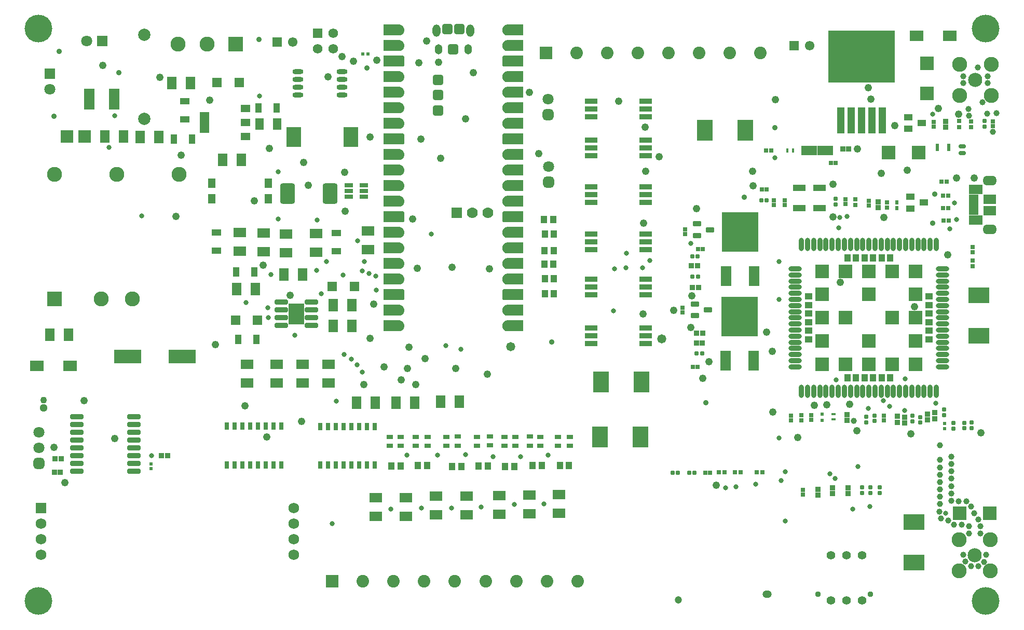
<source format=gbr>
G04*
G04 #@! TF.GenerationSoftware,Altium Limited,Altium Designer,24.9.1 (31)*
G04*
G04 Layer_Color=8388736*
%FSLAX44Y44*%
%MOMM*%
G71*
G04*
G04 #@! TF.SameCoordinates,58564934-83CB-4443-A129-65336E2EC8F8*
G04*
G04*
G04 #@! TF.FilePolarity,Negative*
G04*
G01*
G75*
%ADD18R,0.6000X1.2500*%
%ADD30R,0.4500X0.6750*%
%ADD34R,2.0500X1.1000*%
%ADD35R,0.7811X0.7121*%
%ADD37R,0.6500X0.3500*%
%ADD52R,0.8000X1.2000*%
%ADD53R,1.5000X1.6000*%
%ADD58R,4.4000X2.2000*%
%ADD59R,2.1000X2.0000*%
%ADD62R,1.6000X1.0500*%
%ADD64R,1.3000X1.5000*%
%ADD72R,2.1600X2.2600*%
%ADD73R,0.5000X0.7000*%
%ADD75R,1.4000X1.0000*%
%ADD76R,0.6725X0.6682*%
%ADD77R,0.5000X0.4750*%
%ADD80R,0.4725X0.4682*%
%ADD84R,0.5200X0.5200*%
%ADD85R,2.2600X2.1600*%
%ADD93R,1.0500X1.6000*%
%ADD94R,0.5200X0.5200*%
%ADD95R,0.7121X0.7811*%
G04:AMPARAMS|DCode=96|XSize=0.7032mm|YSize=0.7032mm|CornerRadius=0.1641mm|HoleSize=0mm|Usage=FLASHONLY|Rotation=90.000|XOffset=0mm|YOffset=0mm|HoleType=Round|Shape=RoundedRectangle|*
%AMROUNDEDRECTD96*
21,1,0.7032,0.3750,0,0,90.0*
21,1,0.3750,0.7032,0,0,90.0*
1,1,0.3282,0.1875,0.1875*
1,1,0.3282,0.1875,-0.1875*
1,1,0.3282,-0.1875,-0.1875*
1,1,0.3282,-0.1875,0.1875*
%
%ADD96ROUNDEDRECTD96*%
%ADD97R,2.1032X1.5782*%
%ADD98R,1.5832X0.6532*%
%ADD99R,2.3032X1.6032*%
G04:AMPARAMS|DCode=100|XSize=1.7032mm|YSize=1.7032mm|CornerRadius=0.4016mm|HoleSize=0mm|Usage=FLASHONLY|Rotation=0.000|XOffset=0mm|YOffset=0mm|HoleType=Round|Shape=RoundedRectangle|*
%AMROUNDEDRECTD100*
21,1,1.7032,0.9000,0,0,0.0*
21,1,0.9000,1.7032,0,0,0.0*
1,1,0.8032,0.4500,-0.4500*
1,1,0.8032,-0.4500,-0.4500*
1,1,0.8032,-0.4500,0.4500*
1,1,0.8032,0.4500,0.4500*
%
%ADD100ROUNDEDRECTD100*%
%ADD101O,1.3032X2.0032*%
%ADD102O,1.2532X1.6532*%
%ADD103C,1.7780*%
%ADD104R,1.7780X1.7780*%
%ADD105R,0.7532X0.7532*%
%ADD106R,2.5532X1.5532*%
G04:AMPARAMS|DCode=107|XSize=0.7532mm|YSize=0.7032mm|CornerRadius=0.1641mm|HoleSize=0mm|Usage=FLASHONLY|Rotation=270.000|XOffset=0mm|YOffset=0mm|HoleType=Round|Shape=RoundedRectangle|*
%AMROUNDEDRECTD107*
21,1,0.7532,0.3750,0,0,270.0*
21,1,0.4250,0.7032,0,0,270.0*
1,1,0.3282,-0.1875,-0.2125*
1,1,0.3282,-0.1875,0.2125*
1,1,0.3282,0.1875,0.2125*
1,1,0.3282,0.1875,-0.2125*
%
%ADD107ROUNDEDRECTD107*%
%ADD108R,0.9232X0.9632*%
%ADD109R,0.7232X0.7632*%
G04:AMPARAMS|DCode=110|XSize=0.6032mm|YSize=1.1032mm|CornerRadius=0.1516mm|HoleSize=0mm|Usage=FLASHONLY|Rotation=270.000|XOffset=0mm|YOffset=0mm|HoleType=Round|Shape=RoundedRectangle|*
%AMROUNDEDRECTD110*
21,1,0.6032,0.8000,0,0,270.0*
21,1,0.3000,1.1032,0,0,270.0*
1,1,0.3032,-0.4000,-0.1500*
1,1,0.3032,-0.4000,0.1500*
1,1,0.3032,0.4000,0.1500*
1,1,0.3032,0.4000,-0.1500*
%
%ADD110ROUNDEDRECTD110*%
%ADD111R,1.8032X3.2032*%
%ADD112R,6.0032X6.4032*%
G04:AMPARAMS|DCode=113|XSize=1.4332mm|YSize=0.8032mm|CornerRadius=0.1766mm|HoleSize=0mm|Usage=FLASHONLY|Rotation=0.000|XOffset=0mm|YOffset=0mm|HoleType=Round|Shape=RoundedRectangle|*
%AMROUNDEDRECTD113*
21,1,1.4332,0.4500,0,0,0.0*
21,1,1.0800,0.8032,0,0,0.0*
1,1,0.3532,0.5400,-0.2250*
1,1,0.3532,-0.5400,-0.2250*
1,1,0.3532,-0.5400,0.2250*
1,1,0.3532,0.5400,0.2250*
%
%ADD113ROUNDEDRECTD113*%
%ADD114R,0.8532X0.8532*%
%ADD115R,0.6532X0.6532*%
%ADD116R,1.0032X1.2032*%
%ADD117R,0.6532X0.7032*%
G04:AMPARAMS|DCode=118|XSize=2.1732mm|YSize=0.8032mm|CornerRadius=0.1766mm|HoleSize=0mm|Usage=FLASHONLY|Rotation=180.000|XOffset=0mm|YOffset=0mm|HoleType=Round|Shape=RoundedRectangle|*
%AMROUNDEDRECTD118*
21,1,2.1732,0.4500,0,0,180.0*
21,1,1.8200,0.8032,0,0,180.0*
1,1,0.3532,-0.9100,0.2250*
1,1,0.3532,0.9100,0.2250*
1,1,0.3532,0.9100,-0.2250*
1,1,0.3532,-0.9100,-0.2250*
%
%ADD118ROUNDEDRECTD118*%
%ADD119R,2.6162X3.5052*%
G04:AMPARAMS|DCode=120|XSize=2.2532mm|YSize=0.7932mm|CornerRadius=0.1754mm|HoleSize=0mm|Usage=FLASHONLY|Rotation=180.000|XOffset=0mm|YOffset=0mm|HoleType=Round|Shape=RoundedRectangle|*
%AMROUNDEDRECTD120*
21,1,2.2532,0.4425,0,0,180.0*
21,1,1.9025,0.7932,0,0,180.0*
1,1,0.3507,-0.9513,0.2213*
1,1,0.3507,0.9513,0.2213*
1,1,0.3507,0.9513,-0.2213*
1,1,0.3507,-0.9513,-0.2213*
%
%ADD120ROUNDEDRECTD120*%
%ADD121O,2.2032X0.8032*%
%ADD122O,0.8032X2.2032*%
%ADD123R,2.3032X2.3032*%
%ADD124R,1.3032X1.1032*%
%ADD125R,1.1032X1.3032*%
%ADD126R,1.2442X4.2422*%
%ADD127R,10.9472X8.5092*%
%ADD128R,1.3332X1.9732*%
%ADD129R,2.0532X0.8532*%
%ADD130R,1.6524X3.4524*%
%ADD131R,1.4032X0.8032*%
%ADD132R,2.4032X3.2532*%
%ADD133R,1.5532X2.0532*%
G04:AMPARAMS|DCode=134|XSize=3.3232mm|YSize=2.3832mm|CornerRadius=0.3523mm|HoleSize=0mm|Usage=FLASHONLY|Rotation=90.000|XOffset=0mm|YOffset=0mm|HoleType=Round|Shape=RoundedRectangle|*
%AMROUNDEDRECTD134*
21,1,3.3232,1.6786,0,0,90.0*
21,1,2.6186,2.3832,0,0,90.0*
1,1,0.7046,0.8393,1.3093*
1,1,0.7046,0.8393,-1.3093*
1,1,0.7046,-0.8393,-1.3093*
1,1,0.7046,-0.8393,1.3093*
%
%ADD134ROUNDEDRECTD134*%
%ADD135R,1.0032X0.8032*%
%ADD136R,0.8532X0.9032*%
%ADD137R,1.5032X1.1532*%
%ADD138R,1.5032X3.4532*%
G04:AMPARAMS|DCode=139|XSize=0.7532mm|YSize=0.7032mm|CornerRadius=0.1641mm|HoleSize=0mm|Usage=FLASHONLY|Rotation=180.000|XOffset=0mm|YOffset=0mm|HoleType=Round|Shape=RoundedRectangle|*
%AMROUNDEDRECTD139*
21,1,0.7532,0.3750,0,0,180.0*
21,1,0.4250,0.7032,0,0,180.0*
1,1,0.3282,-0.2125,0.1875*
1,1,0.3282,0.2125,0.1875*
1,1,0.3282,0.2125,-0.1875*
1,1,0.3282,-0.2125,-0.1875*
%
%ADD139ROUNDEDRECTD139*%
%ADD140R,3.5032X2.6032*%
%ADD141R,0.6532X0.6532*%
%ADD142R,0.7532X0.8032*%
%ADD143C,0.9144*%
%ADD144O,1.8032X0.8032*%
%ADD145R,2.2032X1.8032*%
G04:AMPARAMS|DCode=146|XSize=0.7032mm|YSize=0.7032mm|CornerRadius=0.1641mm|HoleSize=0mm|Usage=FLASHONLY|Rotation=180.000|XOffset=0mm|YOffset=0mm|HoleType=Round|Shape=RoundedRectangle|*
%AMROUNDEDRECTD146*
21,1,0.7032,0.3750,0,0,180.0*
21,1,0.3750,0.7032,0,0,180.0*
1,1,0.3282,-0.1875,0.1875*
1,1,0.3282,0.1875,0.1875*
1,1,0.3282,0.1875,-0.1875*
1,1,0.3282,-0.1875,-0.1875*
%
%ADD146ROUNDEDRECTD146*%
%ADD147R,0.8032X0.7532*%
%ADD148R,0.8532X0.8532*%
%ADD149R,0.7632X0.7232*%
%ADD150R,2.6032X3.5032*%
%ADD151R,0.7532X0.7532*%
%ADD152R,0.7032X0.6532*%
%ADD153R,2.0532X1.5532*%
%ADD154C,2.4532*%
%ADD155C,2.3032*%
%ADD156O,2.3032X1.6032*%
%ADD157C,1.8032*%
%ADD158R,1.8032X1.8032*%
%ADD159C,2.0032*%
%ADD160R,2.0532X2.0532*%
%ADD161C,2.0532*%
G04:AMPARAMS|DCode=162|XSize=1.8032mm|YSize=1.8032mm|CornerRadius=0.5016mm|HoleSize=0mm|Usage=FLASHONLY|Rotation=90.000|XOffset=0mm|YOffset=0mm|HoleType=Round|Shape=RoundedRectangle|*
%AMROUNDEDRECTD162*
21,1,1.8032,0.8000,0,0,90.0*
21,1,0.8000,1.8032,0,0,90.0*
1,1,1.0032,0.4000,0.4000*
1,1,1.0032,0.4000,-0.4000*
1,1,1.0032,-0.4000,-0.4000*
1,1,1.0032,-0.4000,0.4000*
%
%ADD162ROUNDEDRECTD162*%
%ADD163R,2.4500X2.4500*%
%ADD164C,2.4500*%
%ADD165C,1.5500*%
%ADD166R,1.5500X1.5500*%
%ADD167R,1.5732X1.5732*%
%ADD168C,1.5732*%
G04:AMPARAMS|DCode=169|XSize=1.1032mm|YSize=1.1032mm|CornerRadius=0.3266mm|HoleSize=0mm|Usage=FLASHONLY|Rotation=270.000|XOffset=0mm|YOffset=0mm|HoleType=Round|Shape=RoundedRectangle|*
%AMROUNDEDRECTD169*
21,1,1.1032,0.4500,0,0,270.0*
21,1,0.4500,1.1032,0,0,270.0*
1,1,0.6532,-0.2250,-0.2250*
1,1,0.6532,-0.2250,0.2250*
1,1,0.6532,0.2250,0.2250*
1,1,0.6532,0.2250,-0.2250*
%
%ADD169ROUNDEDRECTD169*%
%ADD170C,1.1032*%
%ADD171R,1.8032X1.8032*%
%ADD172R,2.4532X2.4532*%
%ADD173C,1.7332*%
%ADD174R,1.7332X1.7332*%
%ADD175C,0.9532*%
%ADD176C,1.4032*%
%ADD177C,1.2032*%
%ADD178C,4.5212*%
%ADD179C,1.2192*%
%ADD180C,0.8128*%
%ADD181C,1.4732*%
%ADD182C,1.0032*%
G36*
X626192Y490678D02*
X626662Y490638D01*
X627132Y490578D01*
X627592Y490488D01*
X628052Y490378D01*
X628502Y490248D01*
X628952Y490088D01*
X629382Y489908D01*
X629812Y489708D01*
X630222Y489478D01*
X630622Y489238D01*
X631012Y488968D01*
X631382Y488678D01*
X631742Y488378D01*
X632082Y488048D01*
X632412Y487708D01*
X632712Y487348D01*
X633002Y486978D01*
X633272Y486588D01*
X633512Y486188D01*
X633742Y485778D01*
X633942Y485348D01*
X634122Y484918D01*
X634282Y484468D01*
X634412Y484018D01*
X634522Y483558D01*
X634612Y483098D01*
X634672Y482628D01*
X634712Y482158D01*
X634722Y481688D01*
X634712Y481218D01*
X634672Y480748D01*
X634612Y480278D01*
X634522Y479818D01*
X634412Y479358D01*
X634282Y478908D01*
X634122Y478458D01*
X633942Y478028D01*
X633742Y477598D01*
X633512Y477188D01*
X633272Y476788D01*
X633002Y476398D01*
X632712Y476028D01*
X632412Y475668D01*
X632082Y475328D01*
X631742Y474998D01*
X631382Y474698D01*
X631012Y474408D01*
X630622Y474138D01*
X630222Y473898D01*
X629812Y473668D01*
X629382Y473468D01*
X628952Y473288D01*
X628502Y473128D01*
X628052Y472998D01*
X627592Y472888D01*
X627132Y472798D01*
X626662Y472738D01*
X626192Y472698D01*
X625722Y472688D01*
X600722D01*
Y490688D01*
X625722D01*
X626192Y490678D01*
D02*
G37*
G36*
Y516078D02*
X626662Y516038D01*
X627132Y515978D01*
X627592Y515888D01*
X628052Y515778D01*
X628502Y515648D01*
X628952Y515488D01*
X629382Y515308D01*
X629812Y515108D01*
X630222Y514878D01*
X630622Y514638D01*
X631012Y514368D01*
X631382Y514078D01*
X631742Y513778D01*
X632082Y513448D01*
X632412Y513108D01*
X632712Y512748D01*
X633002Y512378D01*
X633272Y511988D01*
X633512Y511588D01*
X633742Y511178D01*
X633942Y510748D01*
X634122Y510318D01*
X634282Y509868D01*
X634412Y509418D01*
X634522Y508958D01*
X634612Y508498D01*
X634672Y508028D01*
X634712Y507558D01*
X634722Y507088D01*
X634712Y506618D01*
X634672Y506148D01*
X634612Y505678D01*
X634522Y505218D01*
X634412Y504758D01*
X634282Y504308D01*
X634122Y503858D01*
X633942Y503428D01*
X633742Y502998D01*
X633512Y502588D01*
X633272Y502188D01*
X633002Y501798D01*
X632712Y501428D01*
X632412Y501068D01*
X632082Y500728D01*
X631742Y500398D01*
X631382Y500098D01*
X631012Y499808D01*
X630622Y499538D01*
X630222Y499298D01*
X629812Y499068D01*
X629382Y498868D01*
X628952Y498688D01*
X628502Y498528D01*
X628052Y498398D01*
X627592Y498288D01*
X627132Y498198D01*
X626662Y498138D01*
X626192Y498098D01*
X625722Y498088D01*
X600722D01*
Y516088D01*
X625722D01*
X626192Y516078D01*
D02*
G37*
G36*
X632032Y541468D02*
X632192Y541448D01*
X632342Y541418D01*
X632502Y541388D01*
X632652Y541338D01*
X632802Y541288D01*
X632942Y541228D01*
X633082Y541158D01*
X633222Y541088D01*
X633352Y541008D01*
X633482Y540918D01*
X633612Y540818D01*
X633732Y540718D01*
X633842Y540608D01*
X633952Y540498D01*
X634052Y540378D01*
X634152Y540248D01*
X634242Y540118D01*
X634322Y539988D01*
X634392Y539848D01*
X634462Y539708D01*
X634522Y539568D01*
X634572Y539418D01*
X634622Y539268D01*
X634652Y539108D01*
X634682Y538958D01*
X634702Y538798D01*
X634722Y538648D01*
Y538488D01*
Y526488D01*
Y526328D01*
X634702Y526178D01*
X634682Y526018D01*
X634652Y525868D01*
X634622Y525708D01*
X634572Y525558D01*
X634522Y525408D01*
X634462Y525268D01*
X634392Y525128D01*
X634322Y524988D01*
X634242Y524858D01*
X634152Y524728D01*
X634052Y524598D01*
X633952Y524478D01*
X633842Y524368D01*
X633732Y524258D01*
X633612Y524158D01*
X633482Y524058D01*
X633352Y523968D01*
X633222Y523888D01*
X633082Y523818D01*
X632942Y523748D01*
X632802Y523688D01*
X632652Y523638D01*
X632502Y523588D01*
X632342Y523558D01*
X632192Y523528D01*
X632032Y523508D01*
X631882Y523488D01*
X600722D01*
Y541488D01*
X631882D01*
X632032Y541468D01*
D02*
G37*
G36*
X626192Y566878D02*
X626662Y566838D01*
X627132Y566778D01*
X627592Y566688D01*
X628052Y566578D01*
X628502Y566448D01*
X628952Y566288D01*
X629382Y566108D01*
X629812Y565908D01*
X630222Y565678D01*
X630622Y565438D01*
X631012Y565168D01*
X631382Y564878D01*
X631742Y564578D01*
X632082Y564248D01*
X632412Y563908D01*
X632712Y563548D01*
X633002Y563178D01*
X633272Y562788D01*
X633512Y562388D01*
X633742Y561978D01*
X633942Y561548D01*
X634122Y561118D01*
X634282Y560668D01*
X634412Y560218D01*
X634522Y559758D01*
X634612Y559298D01*
X634672Y558828D01*
X634712Y558358D01*
X634722Y557888D01*
X634712Y557418D01*
X634672Y556948D01*
X634612Y556478D01*
X634522Y556018D01*
X634412Y555558D01*
X634282Y555108D01*
X634122Y554658D01*
X633942Y554228D01*
X633742Y553798D01*
X633512Y553388D01*
X633272Y552988D01*
X633002Y552598D01*
X632712Y552228D01*
X632412Y551868D01*
X632082Y551528D01*
X631742Y551198D01*
X631382Y550898D01*
X631012Y550608D01*
X630622Y550338D01*
X630222Y550098D01*
X629812Y549868D01*
X629382Y549668D01*
X628952Y549488D01*
X628502Y549328D01*
X628052Y549198D01*
X627592Y549088D01*
X627132Y548998D01*
X626662Y548938D01*
X626192Y548898D01*
X625722Y548888D01*
X600722D01*
Y566888D01*
X625722D01*
X626192Y566878D01*
D02*
G37*
G36*
Y592278D02*
X626662Y592238D01*
X627132Y592178D01*
X627592Y592088D01*
X628052Y591978D01*
X628502Y591848D01*
X628952Y591688D01*
X629382Y591508D01*
X629812Y591308D01*
X630222Y591078D01*
X630622Y590838D01*
X631012Y590568D01*
X631382Y590278D01*
X631742Y589978D01*
X632082Y589648D01*
X632412Y589308D01*
X632712Y588948D01*
X633002Y588578D01*
X633272Y588188D01*
X633512Y587788D01*
X633742Y587378D01*
X633942Y586948D01*
X634122Y586518D01*
X634282Y586068D01*
X634412Y585618D01*
X634522Y585158D01*
X634612Y584698D01*
X634672Y584228D01*
X634712Y583758D01*
X634722Y583288D01*
X634712Y582818D01*
X634672Y582348D01*
X634612Y581878D01*
X634522Y581418D01*
X634412Y580958D01*
X634282Y580508D01*
X634122Y580058D01*
X633942Y579628D01*
X633742Y579198D01*
X633512Y578788D01*
X633272Y578388D01*
X633002Y577998D01*
X632712Y577628D01*
X632412Y577268D01*
X632082Y576928D01*
X631742Y576598D01*
X631382Y576298D01*
X631012Y576008D01*
X630622Y575738D01*
X630222Y575498D01*
X629812Y575268D01*
X629382Y575068D01*
X628952Y574888D01*
X628502Y574728D01*
X628052Y574598D01*
X627592Y574488D01*
X627132Y574398D01*
X626662Y574338D01*
X626192Y574298D01*
X625722Y574288D01*
X600722D01*
Y592288D01*
X625722D01*
X626192Y592278D01*
D02*
G37*
G36*
X828522Y472688D02*
X803522D01*
X803052Y472698D01*
X802582Y472738D01*
X802112Y472798D01*
X801652Y472888D01*
X801192Y472998D01*
X800742Y473128D01*
X800292Y473288D01*
X799862Y473468D01*
X799432Y473668D01*
X799022Y473898D01*
X798622Y474138D01*
X798232Y474408D01*
X797862Y474698D01*
X797502Y474998D01*
X797162Y475328D01*
X796832Y475668D01*
X796532Y476028D01*
X796242Y476398D01*
X795972Y476788D01*
X795732Y477188D01*
X795502Y477598D01*
X795302Y478028D01*
X795122Y478458D01*
X794962Y478908D01*
X794832Y479358D01*
X794722Y479818D01*
X794632Y480278D01*
X794572Y480748D01*
X794532Y481218D01*
X794522Y481688D01*
X794532Y482158D01*
X794572Y482628D01*
X794632Y483098D01*
X794722Y483558D01*
X794832Y484018D01*
X794962Y484468D01*
X795122Y484918D01*
X795302Y485348D01*
X795502Y485778D01*
X795732Y486188D01*
X795972Y486588D01*
X796242Y486978D01*
X796532Y487348D01*
X796832Y487708D01*
X797162Y488048D01*
X797502Y488378D01*
X797862Y488678D01*
X798232Y488968D01*
X798622Y489238D01*
X799022Y489478D01*
X799432Y489708D01*
X799862Y489908D01*
X800292Y490088D01*
X800742Y490248D01*
X801192Y490378D01*
X801652Y490488D01*
X802112Y490578D01*
X802582Y490638D01*
X803052Y490678D01*
X803522Y490688D01*
X828522D01*
Y472688D01*
D02*
G37*
G36*
Y498088D02*
X803522D01*
X803052Y498098D01*
X802582Y498138D01*
X802112Y498198D01*
X801652Y498288D01*
X801192Y498398D01*
X800742Y498528D01*
X800292Y498688D01*
X799862Y498868D01*
X799432Y499068D01*
X799022Y499298D01*
X798622Y499538D01*
X798232Y499808D01*
X797862Y500098D01*
X797502Y500398D01*
X797162Y500728D01*
X796832Y501068D01*
X796532Y501428D01*
X796242Y501798D01*
X795972Y502188D01*
X795732Y502588D01*
X795502Y502998D01*
X795302Y503428D01*
X795122Y503858D01*
X794962Y504308D01*
X794832Y504758D01*
X794722Y505218D01*
X794632Y505678D01*
X794572Y506148D01*
X794532Y506618D01*
X794522Y507088D01*
X794532Y507558D01*
X794572Y508028D01*
X794632Y508498D01*
X794722Y508958D01*
X794832Y509418D01*
X794962Y509868D01*
X795122Y510318D01*
X795302Y510748D01*
X795502Y511178D01*
X795732Y511588D01*
X795972Y511988D01*
X796242Y512378D01*
X796532Y512748D01*
X796832Y513108D01*
X797162Y513448D01*
X797502Y513778D01*
X797862Y514078D01*
X798232Y514368D01*
X798622Y514638D01*
X799022Y514878D01*
X799432Y515108D01*
X799862Y515308D01*
X800292Y515488D01*
X800742Y515648D01*
X801192Y515778D01*
X801652Y515888D01*
X802112Y515978D01*
X802582Y516038D01*
X803052Y516078D01*
X803522Y516088D01*
X828522D01*
Y498088D01*
D02*
G37*
G36*
Y523488D02*
X797362D01*
X797212Y523508D01*
X797052Y523528D01*
X796902Y523558D01*
X796742Y523588D01*
X796592Y523638D01*
X796442Y523688D01*
X796302Y523748D01*
X796162Y523818D01*
X796022Y523888D01*
X795892Y523968D01*
X795762Y524058D01*
X795632Y524158D01*
X795512Y524258D01*
X795402Y524368D01*
X795292Y524478D01*
X795192Y524598D01*
X795092Y524728D01*
X795002Y524858D01*
X794922Y524988D01*
X794852Y525128D01*
X794782Y525268D01*
X794722Y525408D01*
X794672Y525558D01*
X794622Y525708D01*
X794592Y525868D01*
X794562Y526018D01*
X794542Y526178D01*
X794522Y526328D01*
Y526488D01*
Y538488D01*
Y538648D01*
X794542Y538798D01*
X794562Y538958D01*
X794592Y539108D01*
X794622Y539268D01*
X794672Y539418D01*
X794722Y539568D01*
X794782Y539708D01*
X794852Y539848D01*
X794922Y539988D01*
X795002Y540118D01*
X795092Y540248D01*
X795192Y540378D01*
X795292Y540498D01*
X795402Y540608D01*
X795512Y540718D01*
X795632Y540818D01*
X795762Y540918D01*
X795892Y541008D01*
X796022Y541088D01*
X796162Y541158D01*
X796302Y541228D01*
X796442Y541288D01*
X796592Y541338D01*
X796742Y541388D01*
X796902Y541418D01*
X797052Y541448D01*
X797212Y541468D01*
X797362Y541488D01*
X828522D01*
Y523488D01*
D02*
G37*
G36*
Y548888D02*
X803522D01*
X803052Y548898D01*
X802582Y548938D01*
X802112Y548998D01*
X801652Y549088D01*
X801192Y549198D01*
X800742Y549328D01*
X800292Y549488D01*
X799862Y549668D01*
X799432Y549868D01*
X799022Y550098D01*
X798622Y550338D01*
X798232Y550608D01*
X797862Y550898D01*
X797502Y551198D01*
X797162Y551528D01*
X796832Y551868D01*
X796532Y552228D01*
X796242Y552598D01*
X795972Y552988D01*
X795732Y553388D01*
X795502Y553798D01*
X795302Y554228D01*
X795122Y554658D01*
X794962Y555108D01*
X794832Y555558D01*
X794722Y556018D01*
X794632Y556478D01*
X794572Y556948D01*
X794532Y557418D01*
X794522Y557888D01*
X794532Y558358D01*
X794572Y558828D01*
X794632Y559298D01*
X794722Y559758D01*
X794832Y560218D01*
X794962Y560668D01*
X795122Y561118D01*
X795302Y561548D01*
X795502Y561978D01*
X795732Y562388D01*
X795972Y562788D01*
X796242Y563178D01*
X796532Y563548D01*
X796832Y563908D01*
X797162Y564248D01*
X797502Y564578D01*
X797862Y564878D01*
X798232Y565168D01*
X798622Y565438D01*
X799022Y565678D01*
X799432Y565908D01*
X799862Y566108D01*
X800292Y566288D01*
X800742Y566448D01*
X801192Y566578D01*
X801652Y566688D01*
X802112Y566778D01*
X802582Y566838D01*
X803052Y566878D01*
X803522Y566888D01*
X828522D01*
Y548888D01*
D02*
G37*
G36*
Y574288D02*
X803522D01*
X803052Y574298D01*
X802582Y574338D01*
X802112Y574398D01*
X801652Y574488D01*
X801192Y574598D01*
X800742Y574728D01*
X800292Y574888D01*
X799862Y575068D01*
X799432Y575268D01*
X799022Y575498D01*
X798622Y575738D01*
X798232Y576008D01*
X797862Y576298D01*
X797502Y576598D01*
X797162Y576928D01*
X796832Y577268D01*
X796532Y577628D01*
X796242Y577998D01*
X795972Y578388D01*
X795732Y578788D01*
X795502Y579198D01*
X795302Y579628D01*
X795122Y580058D01*
X794962Y580508D01*
X794832Y580958D01*
X794722Y581418D01*
X794632Y581878D01*
X794572Y582348D01*
X794532Y582818D01*
X794522Y583288D01*
X794532Y583758D01*
X794572Y584228D01*
X794632Y584698D01*
X794722Y585158D01*
X794832Y585618D01*
X794962Y586068D01*
X795122Y586518D01*
X795302Y586948D01*
X795502Y587378D01*
X795732Y587788D01*
X795972Y588188D01*
X796242Y588578D01*
X796532Y588948D01*
X796832Y589308D01*
X797162Y589648D01*
X797502Y589978D01*
X797862Y590278D01*
X798232Y590568D01*
X798622Y590838D01*
X799022Y591078D01*
X799432Y591308D01*
X799862Y591508D01*
X800292Y591688D01*
X800742Y591848D01*
X801192Y591978D01*
X801652Y592088D01*
X802112Y592178D01*
X802582Y592238D01*
X803052Y592278D01*
X803522Y592288D01*
X828522D01*
Y574288D01*
D02*
G37*
G36*
X626192Y617678D02*
X626662Y617638D01*
X627132Y617578D01*
X627592Y617488D01*
X628052Y617378D01*
X628502Y617248D01*
X628952Y617088D01*
X629382Y616908D01*
X629812Y616708D01*
X630222Y616478D01*
X630622Y616238D01*
X631012Y615968D01*
X631382Y615678D01*
X631742Y615378D01*
X632082Y615048D01*
X632412Y614708D01*
X632712Y614348D01*
X633002Y613978D01*
X633272Y613588D01*
X633512Y613188D01*
X633742Y612778D01*
X633942Y612348D01*
X634122Y611918D01*
X634282Y611468D01*
X634412Y611018D01*
X634522Y610558D01*
X634612Y610098D01*
X634672Y609628D01*
X634712Y609158D01*
X634722Y608688D01*
X634712Y608218D01*
X634672Y607748D01*
X634612Y607278D01*
X634522Y606818D01*
X634412Y606358D01*
X634282Y605908D01*
X634122Y605458D01*
X633942Y605028D01*
X633742Y604598D01*
X633512Y604188D01*
X633272Y603788D01*
X633002Y603398D01*
X632712Y603028D01*
X632412Y602668D01*
X632082Y602328D01*
X631742Y601998D01*
X631382Y601698D01*
X631012Y601408D01*
X630622Y601138D01*
X630222Y600898D01*
X629812Y600668D01*
X629382Y600468D01*
X628952Y600288D01*
X628502Y600128D01*
X628052Y599998D01*
X627592Y599888D01*
X627132Y599798D01*
X626662Y599738D01*
X626192Y599698D01*
X625722Y599688D01*
X600722D01*
Y617688D01*
X625722D01*
X626192Y617678D01*
D02*
G37*
G36*
Y643078D02*
X626662Y643038D01*
X627132Y642978D01*
X627592Y642888D01*
X628052Y642778D01*
X628502Y642648D01*
X628952Y642488D01*
X629382Y642308D01*
X629812Y642108D01*
X630222Y641878D01*
X630622Y641638D01*
X631012Y641368D01*
X631382Y641078D01*
X631742Y640778D01*
X632082Y640448D01*
X632412Y640108D01*
X632712Y639748D01*
X633002Y639378D01*
X633272Y638988D01*
X633512Y638588D01*
X633742Y638178D01*
X633942Y637748D01*
X634122Y637318D01*
X634282Y636868D01*
X634412Y636418D01*
X634522Y635958D01*
X634612Y635498D01*
X634672Y635028D01*
X634712Y634558D01*
X634722Y634088D01*
X634712Y633618D01*
X634672Y633148D01*
X634612Y632678D01*
X634522Y632218D01*
X634412Y631758D01*
X634282Y631308D01*
X634122Y630858D01*
X633942Y630428D01*
X633742Y629998D01*
X633512Y629588D01*
X633272Y629188D01*
X633002Y628798D01*
X632712Y628428D01*
X632412Y628068D01*
X632082Y627728D01*
X631742Y627398D01*
X631382Y627098D01*
X631012Y626808D01*
X630622Y626538D01*
X630222Y626298D01*
X629812Y626068D01*
X629382Y625868D01*
X628952Y625688D01*
X628502Y625528D01*
X628052Y625398D01*
X627592Y625288D01*
X627132Y625198D01*
X626662Y625138D01*
X626192Y625098D01*
X625722Y625088D01*
X600722D01*
Y643088D01*
X625722D01*
X626192Y643078D01*
D02*
G37*
G36*
X632032Y668468D02*
X632192Y668448D01*
X632342Y668418D01*
X632502Y668388D01*
X632652Y668338D01*
X632802Y668288D01*
X632942Y668228D01*
X633082Y668158D01*
X633222Y668088D01*
X633352Y668008D01*
X633482Y667918D01*
X633612Y667818D01*
X633732Y667718D01*
X633842Y667608D01*
X633952Y667498D01*
X634052Y667378D01*
X634152Y667248D01*
X634242Y667118D01*
X634322Y666988D01*
X634392Y666848D01*
X634462Y666708D01*
X634522Y666568D01*
X634572Y666418D01*
X634622Y666268D01*
X634652Y666108D01*
X634682Y665958D01*
X634702Y665798D01*
X634722Y665648D01*
Y665488D01*
Y653488D01*
Y653328D01*
X634702Y653178D01*
X634682Y653018D01*
X634652Y652868D01*
X634622Y652708D01*
X634572Y652558D01*
X634522Y652408D01*
X634462Y652268D01*
X634392Y652128D01*
X634322Y651988D01*
X634242Y651858D01*
X634152Y651728D01*
X634052Y651598D01*
X633952Y651478D01*
X633842Y651368D01*
X633732Y651258D01*
X633612Y651158D01*
X633482Y651058D01*
X633352Y650968D01*
X633222Y650888D01*
X633082Y650818D01*
X632942Y650748D01*
X632802Y650688D01*
X632652Y650638D01*
X632502Y650588D01*
X632342Y650558D01*
X632192Y650528D01*
X632032Y650508D01*
X631882Y650488D01*
X600722D01*
Y668488D01*
X631882D01*
X632032Y668468D01*
D02*
G37*
G36*
X626192Y693878D02*
X626662Y693838D01*
X627132Y693778D01*
X627592Y693688D01*
X628052Y693578D01*
X628502Y693448D01*
X628952Y693288D01*
X629382Y693108D01*
X629812Y692908D01*
X630222Y692678D01*
X630622Y692438D01*
X631012Y692168D01*
X631382Y691878D01*
X631742Y691578D01*
X632082Y691248D01*
X632412Y690908D01*
X632712Y690548D01*
X633002Y690178D01*
X633272Y689788D01*
X633512Y689388D01*
X633742Y688978D01*
X633942Y688548D01*
X634122Y688118D01*
X634282Y687668D01*
X634412Y687218D01*
X634522Y686758D01*
X634612Y686298D01*
X634672Y685828D01*
X634712Y685358D01*
X634722Y684888D01*
X634712Y684418D01*
X634672Y683948D01*
X634612Y683478D01*
X634522Y683018D01*
X634412Y682558D01*
X634282Y682108D01*
X634122Y681658D01*
X633942Y681228D01*
X633742Y680798D01*
X633512Y680388D01*
X633272Y679988D01*
X633002Y679598D01*
X632712Y679228D01*
X632412Y678868D01*
X632082Y678528D01*
X631742Y678198D01*
X631382Y677898D01*
X631012Y677608D01*
X630622Y677338D01*
X630222Y677098D01*
X629812Y676868D01*
X629382Y676668D01*
X628952Y676488D01*
X628502Y676328D01*
X628052Y676198D01*
X627592Y676088D01*
X627132Y675998D01*
X626662Y675938D01*
X626192Y675898D01*
X625722Y675888D01*
X600722D01*
Y693888D01*
X625722D01*
X626192Y693878D01*
D02*
G37*
G36*
Y719278D02*
X626662Y719238D01*
X627132Y719178D01*
X627592Y719088D01*
X628052Y718978D01*
X628502Y718848D01*
X628952Y718688D01*
X629382Y718508D01*
X629812Y718308D01*
X630222Y718078D01*
X630622Y717838D01*
X631012Y717568D01*
X631382Y717278D01*
X631742Y716978D01*
X632082Y716648D01*
X632412Y716308D01*
X632712Y715948D01*
X633002Y715578D01*
X633272Y715188D01*
X633512Y714788D01*
X633742Y714378D01*
X633942Y713948D01*
X634122Y713518D01*
X634282Y713068D01*
X634412Y712618D01*
X634522Y712158D01*
X634612Y711698D01*
X634672Y711228D01*
X634712Y710758D01*
X634722Y710288D01*
X634712Y709818D01*
X634672Y709348D01*
X634612Y708878D01*
X634522Y708418D01*
X634412Y707958D01*
X634282Y707508D01*
X634122Y707058D01*
X633942Y706628D01*
X633742Y706198D01*
X633512Y705788D01*
X633272Y705388D01*
X633002Y704998D01*
X632712Y704628D01*
X632412Y704268D01*
X632082Y703928D01*
X631742Y703598D01*
X631382Y703298D01*
X631012Y703008D01*
X630622Y702738D01*
X630222Y702498D01*
X629812Y702268D01*
X629382Y702068D01*
X628952Y701888D01*
X628502Y701728D01*
X628052Y701598D01*
X627592Y701488D01*
X627132Y701398D01*
X626662Y701338D01*
X626192Y701298D01*
X625722Y701288D01*
X600722D01*
Y719288D01*
X625722D01*
X626192Y719278D01*
D02*
G37*
G36*
X828522Y599688D02*
X803522D01*
X803052Y599698D01*
X802582Y599738D01*
X802112Y599798D01*
X801652Y599888D01*
X801192Y599998D01*
X800742Y600128D01*
X800292Y600288D01*
X799862Y600468D01*
X799432Y600668D01*
X799022Y600898D01*
X798622Y601138D01*
X798232Y601408D01*
X797862Y601698D01*
X797502Y601998D01*
X797162Y602328D01*
X796832Y602668D01*
X796532Y603028D01*
X796242Y603398D01*
X795972Y603788D01*
X795732Y604188D01*
X795502Y604598D01*
X795302Y605028D01*
X795122Y605458D01*
X794962Y605908D01*
X794832Y606358D01*
X794722Y606818D01*
X794632Y607278D01*
X794572Y607748D01*
X794532Y608218D01*
X794522Y608688D01*
X794532Y609158D01*
X794572Y609628D01*
X794632Y610098D01*
X794722Y610558D01*
X794832Y611018D01*
X794962Y611468D01*
X795122Y611918D01*
X795302Y612348D01*
X795502Y612778D01*
X795732Y613188D01*
X795972Y613588D01*
X796242Y613978D01*
X796532Y614348D01*
X796832Y614708D01*
X797162Y615048D01*
X797502Y615378D01*
X797862Y615678D01*
X798232Y615968D01*
X798622Y616238D01*
X799022Y616478D01*
X799432Y616708D01*
X799862Y616908D01*
X800292Y617088D01*
X800742Y617248D01*
X801192Y617378D01*
X801652Y617488D01*
X802112Y617578D01*
X802582Y617638D01*
X803052Y617678D01*
X803522Y617688D01*
X828522D01*
Y599688D01*
D02*
G37*
G36*
Y625088D02*
X803522D01*
X803052Y625098D01*
X802582Y625138D01*
X802112Y625198D01*
X801652Y625288D01*
X801192Y625398D01*
X800742Y625528D01*
X800292Y625688D01*
X799862Y625868D01*
X799432Y626068D01*
X799022Y626298D01*
X798622Y626538D01*
X798232Y626808D01*
X797862Y627098D01*
X797502Y627398D01*
X797162Y627728D01*
X796832Y628068D01*
X796532Y628428D01*
X796242Y628798D01*
X795972Y629188D01*
X795732Y629588D01*
X795502Y629998D01*
X795302Y630428D01*
X795122Y630858D01*
X794962Y631308D01*
X794832Y631758D01*
X794722Y632218D01*
X794632Y632678D01*
X794572Y633148D01*
X794532Y633618D01*
X794522Y634088D01*
X794532Y634558D01*
X794572Y635028D01*
X794632Y635498D01*
X794722Y635958D01*
X794832Y636418D01*
X794962Y636868D01*
X795122Y637318D01*
X795302Y637748D01*
X795502Y638178D01*
X795732Y638588D01*
X795972Y638988D01*
X796242Y639378D01*
X796532Y639748D01*
X796832Y640108D01*
X797162Y640448D01*
X797502Y640778D01*
X797862Y641078D01*
X798232Y641368D01*
X798622Y641638D01*
X799022Y641878D01*
X799432Y642108D01*
X799862Y642308D01*
X800292Y642488D01*
X800742Y642648D01*
X801192Y642778D01*
X801652Y642888D01*
X802112Y642978D01*
X802582Y643038D01*
X803052Y643078D01*
X803522Y643088D01*
X828522D01*
Y625088D01*
D02*
G37*
G36*
Y650488D02*
X797362D01*
X797212Y650508D01*
X797052Y650528D01*
X796902Y650558D01*
X796742Y650588D01*
X796592Y650638D01*
X796442Y650688D01*
X796302Y650748D01*
X796162Y650818D01*
X796022Y650888D01*
X795892Y650968D01*
X795762Y651058D01*
X795632Y651158D01*
X795512Y651258D01*
X795402Y651368D01*
X795292Y651478D01*
X795192Y651598D01*
X795092Y651728D01*
X795002Y651858D01*
X794922Y651988D01*
X794852Y652128D01*
X794782Y652268D01*
X794722Y652408D01*
X794672Y652558D01*
X794622Y652708D01*
X794592Y652868D01*
X794562Y653018D01*
X794542Y653178D01*
X794522Y653328D01*
Y653488D01*
Y665488D01*
Y665648D01*
X794542Y665798D01*
X794562Y665958D01*
X794592Y666108D01*
X794622Y666268D01*
X794672Y666418D01*
X794722Y666568D01*
X794782Y666708D01*
X794852Y666848D01*
X794922Y666988D01*
X795002Y667118D01*
X795092Y667248D01*
X795192Y667378D01*
X795292Y667498D01*
X795402Y667608D01*
X795512Y667718D01*
X795632Y667818D01*
X795762Y667918D01*
X795892Y668008D01*
X796022Y668088D01*
X796162Y668158D01*
X796302Y668228D01*
X796442Y668288D01*
X796592Y668338D01*
X796742Y668388D01*
X796902Y668418D01*
X797052Y668448D01*
X797212Y668468D01*
X797362Y668488D01*
X828522D01*
Y650488D01*
D02*
G37*
G36*
Y675888D02*
X803522D01*
X803052Y675898D01*
X802582Y675938D01*
X802112Y675998D01*
X801652Y676088D01*
X801192Y676198D01*
X800742Y676328D01*
X800292Y676488D01*
X799862Y676668D01*
X799432Y676868D01*
X799022Y677098D01*
X798622Y677338D01*
X798232Y677608D01*
X797862Y677898D01*
X797502Y678198D01*
X797162Y678528D01*
X796832Y678868D01*
X796532Y679228D01*
X796242Y679598D01*
X795972Y679988D01*
X795732Y680388D01*
X795502Y680798D01*
X795302Y681228D01*
X795122Y681658D01*
X794962Y682108D01*
X794832Y682558D01*
X794722Y683018D01*
X794632Y683478D01*
X794572Y683948D01*
X794532Y684418D01*
X794522Y684888D01*
X794532Y685358D01*
X794572Y685828D01*
X794632Y686298D01*
X794722Y686758D01*
X794832Y687218D01*
X794962Y687668D01*
X795122Y688118D01*
X795302Y688548D01*
X795502Y688978D01*
X795732Y689388D01*
X795972Y689788D01*
X796242Y690178D01*
X796532Y690548D01*
X796832Y690908D01*
X797162Y691248D01*
X797502Y691578D01*
X797862Y691878D01*
X798232Y692168D01*
X798622Y692438D01*
X799022Y692678D01*
X799432Y692908D01*
X799862Y693108D01*
X800292Y693288D01*
X800742Y693448D01*
X801192Y693578D01*
X801652Y693688D01*
X802112Y693778D01*
X802582Y693838D01*
X803052Y693878D01*
X803522Y693888D01*
X828522D01*
Y675888D01*
D02*
G37*
G36*
Y701288D02*
X803522D01*
X803052Y701298D01*
X802582Y701338D01*
X802112Y701398D01*
X801652Y701488D01*
X801192Y701598D01*
X800742Y701728D01*
X800292Y701888D01*
X799862Y702068D01*
X799432Y702268D01*
X799022Y702498D01*
X798622Y702738D01*
X798232Y703008D01*
X797862Y703298D01*
X797502Y703598D01*
X797162Y703928D01*
X796832Y704268D01*
X796532Y704628D01*
X796242Y704998D01*
X795972Y705388D01*
X795732Y705788D01*
X795502Y706198D01*
X795302Y706628D01*
X795122Y707058D01*
X794962Y707508D01*
X794832Y707958D01*
X794722Y708418D01*
X794632Y708878D01*
X794572Y709348D01*
X794532Y709818D01*
X794522Y710288D01*
X794532Y710758D01*
X794572Y711228D01*
X794632Y711698D01*
X794722Y712158D01*
X794832Y712618D01*
X794962Y713068D01*
X795122Y713518D01*
X795302Y713948D01*
X795502Y714378D01*
X795732Y714788D01*
X795972Y715188D01*
X796242Y715578D01*
X796532Y715948D01*
X796832Y716308D01*
X797162Y716648D01*
X797502Y716978D01*
X797862Y717278D01*
X798232Y717568D01*
X798622Y717838D01*
X799022Y718078D01*
X799432Y718308D01*
X799862Y718508D01*
X800292Y718688D01*
X800742Y718848D01*
X801192Y718978D01*
X801652Y719088D01*
X802112Y719178D01*
X802582Y719238D01*
X803052Y719278D01*
X803522Y719288D01*
X828522D01*
Y701288D01*
D02*
G37*
G36*
X626192Y744678D02*
X626662Y744638D01*
X627132Y744578D01*
X627592Y744488D01*
X628052Y744378D01*
X628502Y744248D01*
X628952Y744088D01*
X629382Y743908D01*
X629812Y743708D01*
X630222Y743478D01*
X630622Y743238D01*
X631012Y742968D01*
X631382Y742678D01*
X631742Y742378D01*
X632082Y742048D01*
X632412Y741708D01*
X632712Y741348D01*
X633002Y740978D01*
X633272Y740588D01*
X633512Y740188D01*
X633742Y739778D01*
X633942Y739348D01*
X634122Y738918D01*
X634282Y738468D01*
X634412Y738018D01*
X634522Y737558D01*
X634612Y737098D01*
X634672Y736628D01*
X634712Y736158D01*
X634722Y735688D01*
X634712Y735218D01*
X634672Y734748D01*
X634612Y734278D01*
X634522Y733818D01*
X634412Y733358D01*
X634282Y732908D01*
X634122Y732458D01*
X633942Y732028D01*
X633742Y731598D01*
X633512Y731188D01*
X633272Y730788D01*
X633002Y730398D01*
X632712Y730028D01*
X632412Y729668D01*
X632082Y729328D01*
X631742Y728998D01*
X631382Y728698D01*
X631012Y728408D01*
X630622Y728138D01*
X630222Y727898D01*
X629812Y727668D01*
X629382Y727468D01*
X628952Y727288D01*
X628502Y727128D01*
X628052Y726998D01*
X627592Y726888D01*
X627132Y726798D01*
X626662Y726738D01*
X626192Y726698D01*
X625722Y726688D01*
X600722D01*
Y744688D01*
X625722D01*
X626192Y744678D01*
D02*
G37*
G36*
Y770078D02*
X626662Y770038D01*
X627132Y769978D01*
X627592Y769888D01*
X628052Y769778D01*
X628502Y769648D01*
X628952Y769488D01*
X629382Y769308D01*
X629812Y769108D01*
X630222Y768878D01*
X630622Y768638D01*
X631012Y768368D01*
X631382Y768078D01*
X631742Y767778D01*
X632082Y767448D01*
X632412Y767108D01*
X632712Y766748D01*
X633002Y766378D01*
X633272Y765988D01*
X633512Y765588D01*
X633742Y765178D01*
X633942Y764748D01*
X634122Y764318D01*
X634282Y763868D01*
X634412Y763418D01*
X634522Y762958D01*
X634612Y762498D01*
X634672Y762028D01*
X634712Y761558D01*
X634722Y761088D01*
X634712Y760618D01*
X634672Y760148D01*
X634612Y759678D01*
X634522Y759218D01*
X634412Y758758D01*
X634282Y758308D01*
X634122Y757858D01*
X633942Y757428D01*
X633742Y756998D01*
X633512Y756588D01*
X633272Y756188D01*
X633002Y755798D01*
X632712Y755428D01*
X632412Y755068D01*
X632082Y754728D01*
X631742Y754398D01*
X631382Y754098D01*
X631012Y753808D01*
X630622Y753538D01*
X630222Y753298D01*
X629812Y753068D01*
X629382Y752868D01*
X628952Y752688D01*
X628502Y752528D01*
X628052Y752398D01*
X627592Y752288D01*
X627132Y752198D01*
X626662Y752138D01*
X626192Y752098D01*
X625722Y752088D01*
X600722D01*
Y770088D01*
X625722D01*
X626192Y770078D01*
D02*
G37*
G36*
X632032Y795468D02*
X632192Y795448D01*
X632342Y795418D01*
X632502Y795388D01*
X632652Y795338D01*
X632802Y795288D01*
X632942Y795228D01*
X633082Y795158D01*
X633222Y795088D01*
X633352Y795008D01*
X633482Y794918D01*
X633612Y794818D01*
X633732Y794718D01*
X633842Y794608D01*
X633952Y794498D01*
X634052Y794378D01*
X634152Y794248D01*
X634242Y794118D01*
X634322Y793988D01*
X634392Y793848D01*
X634462Y793708D01*
X634522Y793568D01*
X634572Y793418D01*
X634622Y793268D01*
X634652Y793108D01*
X634682Y792958D01*
X634702Y792798D01*
X634722Y792648D01*
Y792488D01*
Y780488D01*
Y780328D01*
X634702Y780178D01*
X634682Y780018D01*
X634652Y779868D01*
X634622Y779708D01*
X634572Y779558D01*
X634522Y779408D01*
X634462Y779268D01*
X634392Y779128D01*
X634322Y778988D01*
X634242Y778858D01*
X634152Y778728D01*
X634052Y778598D01*
X633952Y778478D01*
X633842Y778368D01*
X633732Y778258D01*
X633612Y778158D01*
X633482Y778058D01*
X633352Y777968D01*
X633222Y777888D01*
X633082Y777818D01*
X632942Y777748D01*
X632802Y777688D01*
X632652Y777638D01*
X632502Y777588D01*
X632342Y777558D01*
X632192Y777528D01*
X632032Y777508D01*
X631882Y777488D01*
X600722D01*
Y795488D01*
X631882D01*
X632032Y795468D01*
D02*
G37*
G36*
X626192Y820878D02*
X626662Y820838D01*
X627132Y820778D01*
X627592Y820688D01*
X628052Y820578D01*
X628502Y820448D01*
X628952Y820288D01*
X629382Y820108D01*
X629812Y819908D01*
X630222Y819678D01*
X630622Y819438D01*
X631012Y819168D01*
X631382Y818878D01*
X631742Y818578D01*
X632082Y818248D01*
X632412Y817908D01*
X632712Y817548D01*
X633002Y817178D01*
X633272Y816788D01*
X633512Y816388D01*
X633742Y815978D01*
X633942Y815548D01*
X634122Y815118D01*
X634282Y814668D01*
X634412Y814218D01*
X634522Y813758D01*
X634612Y813298D01*
X634672Y812828D01*
X634712Y812358D01*
X634722Y811888D01*
X634712Y811418D01*
X634672Y810948D01*
X634612Y810478D01*
X634522Y810018D01*
X634412Y809558D01*
X634282Y809108D01*
X634122Y808658D01*
X633942Y808228D01*
X633742Y807798D01*
X633512Y807388D01*
X633272Y806988D01*
X633002Y806598D01*
X632712Y806228D01*
X632412Y805868D01*
X632082Y805528D01*
X631742Y805198D01*
X631382Y804898D01*
X631012Y804608D01*
X630622Y804338D01*
X630222Y804098D01*
X629812Y803868D01*
X629382Y803668D01*
X628952Y803488D01*
X628502Y803328D01*
X628052Y803198D01*
X627592Y803088D01*
X627132Y802998D01*
X626662Y802938D01*
X626192Y802898D01*
X625722Y802888D01*
X600722D01*
Y820888D01*
X625722D01*
X626192Y820878D01*
D02*
G37*
G36*
Y846278D02*
X626662Y846238D01*
X627132Y846178D01*
X627592Y846088D01*
X628052Y845978D01*
X628502Y845848D01*
X628952Y845688D01*
X629382Y845508D01*
X629812Y845308D01*
X630222Y845078D01*
X630622Y844838D01*
X631012Y844568D01*
X631382Y844278D01*
X631742Y843978D01*
X632082Y843648D01*
X632412Y843308D01*
X632712Y842948D01*
X633002Y842578D01*
X633272Y842188D01*
X633512Y841788D01*
X633742Y841378D01*
X633942Y840948D01*
X634122Y840518D01*
X634282Y840068D01*
X634412Y839618D01*
X634522Y839158D01*
X634612Y838698D01*
X634672Y838228D01*
X634712Y837758D01*
X634722Y837288D01*
X634712Y836818D01*
X634672Y836348D01*
X634612Y835878D01*
X634522Y835418D01*
X634412Y834958D01*
X634282Y834508D01*
X634122Y834058D01*
X633942Y833628D01*
X633742Y833198D01*
X633512Y832788D01*
X633272Y832388D01*
X633002Y831998D01*
X632712Y831628D01*
X632412Y831268D01*
X632082Y830928D01*
X631742Y830598D01*
X631382Y830298D01*
X631012Y830008D01*
X630622Y829738D01*
X630222Y829498D01*
X629812Y829268D01*
X629382Y829068D01*
X628952Y828888D01*
X628502Y828728D01*
X628052Y828598D01*
X627592Y828488D01*
X627132Y828398D01*
X626662Y828338D01*
X626192Y828298D01*
X625722Y828288D01*
X600722D01*
Y846288D01*
X625722D01*
X626192Y846278D01*
D02*
G37*
G36*
X828522Y726688D02*
X803522D01*
X803052Y726698D01*
X802582Y726738D01*
X802112Y726798D01*
X801652Y726888D01*
X801192Y726998D01*
X800742Y727128D01*
X800292Y727288D01*
X799862Y727468D01*
X799432Y727668D01*
X799022Y727898D01*
X798622Y728138D01*
X798232Y728408D01*
X797862Y728698D01*
X797502Y728998D01*
X797162Y729328D01*
X796832Y729668D01*
X796532Y730028D01*
X796242Y730398D01*
X795972Y730788D01*
X795732Y731188D01*
X795502Y731598D01*
X795302Y732028D01*
X795122Y732458D01*
X794962Y732908D01*
X794832Y733358D01*
X794722Y733818D01*
X794632Y734278D01*
X794572Y734748D01*
X794532Y735218D01*
X794522Y735688D01*
X794532Y736158D01*
X794572Y736628D01*
X794632Y737098D01*
X794722Y737558D01*
X794832Y738018D01*
X794962Y738468D01*
X795122Y738918D01*
X795302Y739348D01*
X795502Y739778D01*
X795732Y740188D01*
X795972Y740588D01*
X796242Y740978D01*
X796532Y741348D01*
X796832Y741708D01*
X797162Y742048D01*
X797502Y742378D01*
X797862Y742678D01*
X798232Y742968D01*
X798622Y743238D01*
X799022Y743478D01*
X799432Y743708D01*
X799862Y743908D01*
X800292Y744088D01*
X800742Y744248D01*
X801192Y744378D01*
X801652Y744488D01*
X802112Y744578D01*
X802582Y744638D01*
X803052Y744678D01*
X803522Y744688D01*
X828522D01*
Y726688D01*
D02*
G37*
G36*
Y752088D02*
X803522D01*
X803052Y752098D01*
X802582Y752138D01*
X802112Y752198D01*
X801652Y752288D01*
X801192Y752398D01*
X800742Y752528D01*
X800292Y752688D01*
X799862Y752868D01*
X799432Y753068D01*
X799022Y753298D01*
X798622Y753538D01*
X798232Y753808D01*
X797862Y754098D01*
X797502Y754398D01*
X797162Y754728D01*
X796832Y755068D01*
X796532Y755428D01*
X796242Y755798D01*
X795972Y756188D01*
X795732Y756588D01*
X795502Y756998D01*
X795302Y757428D01*
X795122Y757858D01*
X794962Y758308D01*
X794832Y758758D01*
X794722Y759218D01*
X794632Y759678D01*
X794572Y760148D01*
X794532Y760618D01*
X794522Y761088D01*
X794532Y761558D01*
X794572Y762028D01*
X794632Y762498D01*
X794722Y762958D01*
X794832Y763418D01*
X794962Y763868D01*
X795122Y764318D01*
X795302Y764748D01*
X795502Y765178D01*
X795732Y765588D01*
X795972Y765988D01*
X796242Y766378D01*
X796532Y766748D01*
X796832Y767108D01*
X797162Y767448D01*
X797502Y767778D01*
X797862Y768078D01*
X798232Y768368D01*
X798622Y768638D01*
X799022Y768878D01*
X799432Y769108D01*
X799862Y769308D01*
X800292Y769488D01*
X800742Y769648D01*
X801192Y769778D01*
X801652Y769888D01*
X802112Y769978D01*
X802582Y770038D01*
X803052Y770078D01*
X803522Y770088D01*
X828522D01*
Y752088D01*
D02*
G37*
G36*
Y777488D02*
X797362D01*
X797212Y777508D01*
X797052Y777528D01*
X796902Y777558D01*
X796742Y777588D01*
X796592Y777638D01*
X796442Y777688D01*
X796302Y777748D01*
X796162Y777818D01*
X796022Y777888D01*
X795892Y777968D01*
X795762Y778058D01*
X795632Y778158D01*
X795512Y778258D01*
X795402Y778368D01*
X795292Y778478D01*
X795192Y778598D01*
X795092Y778728D01*
X795002Y778858D01*
X794922Y778988D01*
X794852Y779128D01*
X794782Y779268D01*
X794722Y779408D01*
X794672Y779558D01*
X794622Y779708D01*
X794592Y779868D01*
X794562Y780018D01*
X794542Y780178D01*
X794522Y780328D01*
Y780488D01*
Y792488D01*
Y792648D01*
X794542Y792798D01*
X794562Y792958D01*
X794592Y793108D01*
X794622Y793268D01*
X794672Y793418D01*
X794722Y793568D01*
X794782Y793708D01*
X794852Y793848D01*
X794922Y793988D01*
X795002Y794118D01*
X795092Y794248D01*
X795192Y794378D01*
X795292Y794498D01*
X795402Y794608D01*
X795512Y794718D01*
X795632Y794818D01*
X795762Y794918D01*
X795892Y795008D01*
X796022Y795088D01*
X796162Y795158D01*
X796302Y795228D01*
X796442Y795288D01*
X796592Y795338D01*
X796742Y795388D01*
X796902Y795418D01*
X797052Y795448D01*
X797212Y795468D01*
X797362Y795488D01*
X828522D01*
Y777488D01*
D02*
G37*
G36*
Y802888D02*
X803522D01*
X803052Y802898D01*
X802582Y802938D01*
X802112Y802998D01*
X801652Y803088D01*
X801192Y803198D01*
X800742Y803328D01*
X800292Y803488D01*
X799862Y803668D01*
X799432Y803868D01*
X799022Y804098D01*
X798622Y804338D01*
X798232Y804608D01*
X797862Y804898D01*
X797502Y805198D01*
X797162Y805528D01*
X796832Y805868D01*
X796532Y806228D01*
X796242Y806598D01*
X795972Y806988D01*
X795732Y807388D01*
X795502Y807798D01*
X795302Y808228D01*
X795122Y808658D01*
X794962Y809108D01*
X794832Y809558D01*
X794722Y810018D01*
X794632Y810478D01*
X794572Y810948D01*
X794532Y811418D01*
X794522Y811888D01*
X794532Y812358D01*
X794572Y812828D01*
X794632Y813298D01*
X794722Y813758D01*
X794832Y814218D01*
X794962Y814668D01*
X795122Y815118D01*
X795302Y815548D01*
X795502Y815978D01*
X795732Y816388D01*
X795972Y816788D01*
X796242Y817178D01*
X796532Y817548D01*
X796832Y817908D01*
X797162Y818248D01*
X797502Y818578D01*
X797862Y818878D01*
X798232Y819168D01*
X798622Y819438D01*
X799022Y819678D01*
X799432Y819908D01*
X799862Y820108D01*
X800292Y820288D01*
X800742Y820448D01*
X801192Y820578D01*
X801652Y820688D01*
X802112Y820778D01*
X802582Y820838D01*
X803052Y820878D01*
X803522Y820888D01*
X828522D01*
Y802888D01*
D02*
G37*
G36*
Y828288D02*
X803522D01*
X803052Y828298D01*
X802582Y828338D01*
X802112Y828398D01*
X801652Y828488D01*
X801192Y828598D01*
X800742Y828728D01*
X800292Y828888D01*
X799862Y829068D01*
X799432Y829268D01*
X799022Y829498D01*
X798622Y829738D01*
X798232Y830008D01*
X797862Y830298D01*
X797502Y830598D01*
X797162Y830928D01*
X796832Y831268D01*
X796532Y831628D01*
X796242Y831998D01*
X795972Y832388D01*
X795732Y832788D01*
X795502Y833198D01*
X795302Y833628D01*
X795122Y834058D01*
X794962Y834508D01*
X794832Y834958D01*
X794722Y835418D01*
X794632Y835878D01*
X794572Y836348D01*
X794532Y836818D01*
X794522Y837288D01*
X794532Y837758D01*
X794572Y838228D01*
X794632Y838698D01*
X794722Y839158D01*
X794832Y839618D01*
X794962Y840068D01*
X795122Y840518D01*
X795302Y840948D01*
X795502Y841378D01*
X795732Y841788D01*
X795972Y842188D01*
X796242Y842578D01*
X796532Y842948D01*
X796832Y843308D01*
X797162Y843648D01*
X797502Y843978D01*
X797862Y844278D01*
X798232Y844568D01*
X798622Y844838D01*
X799022Y845078D01*
X799432Y845308D01*
X799862Y845508D01*
X800292Y845688D01*
X800742Y845848D01*
X801192Y845978D01*
X801652Y846088D01*
X802112Y846178D01*
X802582Y846238D01*
X803052Y846278D01*
X803522Y846288D01*
X828522D01*
Y828288D01*
D02*
G37*
G36*
X626192Y871678D02*
X626662Y871638D01*
X627132Y871578D01*
X627592Y871488D01*
X628052Y871378D01*
X628502Y871248D01*
X628952Y871088D01*
X629382Y870908D01*
X629812Y870708D01*
X630222Y870478D01*
X630622Y870238D01*
X631012Y869968D01*
X631382Y869678D01*
X631742Y869378D01*
X632082Y869048D01*
X632412Y868708D01*
X632712Y868348D01*
X633002Y867978D01*
X633272Y867588D01*
X633512Y867188D01*
X633742Y866778D01*
X633942Y866348D01*
X634122Y865918D01*
X634282Y865468D01*
X634412Y865018D01*
X634522Y864558D01*
X634612Y864098D01*
X634672Y863628D01*
X634712Y863158D01*
X634722Y862688D01*
X634712Y862218D01*
X634672Y861748D01*
X634612Y861278D01*
X634522Y860818D01*
X634412Y860358D01*
X634282Y859908D01*
X634122Y859458D01*
X633942Y859028D01*
X633742Y858598D01*
X633512Y858188D01*
X633272Y857788D01*
X633002Y857398D01*
X632712Y857028D01*
X632412Y856668D01*
X632082Y856328D01*
X631742Y855998D01*
X631382Y855698D01*
X631012Y855408D01*
X630622Y855138D01*
X630222Y854898D01*
X629812Y854668D01*
X629382Y854468D01*
X628952Y854288D01*
X628502Y854128D01*
X628052Y853998D01*
X627592Y853888D01*
X627132Y853798D01*
X626662Y853738D01*
X626192Y853698D01*
X625722Y853688D01*
X600722D01*
Y871688D01*
X625722D01*
X626192Y871678D01*
D02*
G37*
G36*
Y897078D02*
X626662Y897038D01*
X627132Y896978D01*
X627592Y896888D01*
X628052Y896778D01*
X628502Y896648D01*
X628952Y896488D01*
X629382Y896308D01*
X629812Y896108D01*
X630222Y895878D01*
X630622Y895638D01*
X631012Y895368D01*
X631382Y895078D01*
X631742Y894778D01*
X632082Y894448D01*
X632412Y894108D01*
X632712Y893748D01*
X633002Y893378D01*
X633272Y892988D01*
X633512Y892588D01*
X633742Y892178D01*
X633942Y891748D01*
X634122Y891318D01*
X634282Y890868D01*
X634412Y890418D01*
X634522Y889958D01*
X634612Y889498D01*
X634672Y889028D01*
X634712Y888558D01*
X634722Y888088D01*
X634712Y887618D01*
X634672Y887148D01*
X634612Y886678D01*
X634522Y886218D01*
X634412Y885758D01*
X634282Y885308D01*
X634122Y884858D01*
X633942Y884428D01*
X633742Y883998D01*
X633512Y883588D01*
X633272Y883188D01*
X633002Y882798D01*
X632712Y882428D01*
X632412Y882068D01*
X632082Y881728D01*
X631742Y881398D01*
X631382Y881098D01*
X631012Y880808D01*
X630622Y880538D01*
X630222Y880298D01*
X629812Y880068D01*
X629382Y879868D01*
X628952Y879688D01*
X628502Y879528D01*
X628052Y879398D01*
X627592Y879288D01*
X627132Y879198D01*
X626662Y879138D01*
X626192Y879098D01*
X625722Y879088D01*
X600722D01*
Y897088D01*
X625722D01*
X626192Y897078D01*
D02*
G37*
G36*
X632032Y922468D02*
X632192Y922448D01*
X632342Y922418D01*
X632502Y922388D01*
X632652Y922338D01*
X632802Y922288D01*
X632942Y922228D01*
X633082Y922158D01*
X633222Y922088D01*
X633352Y922008D01*
X633482Y921918D01*
X633612Y921818D01*
X633732Y921718D01*
X633842Y921608D01*
X633952Y921498D01*
X634052Y921378D01*
X634152Y921248D01*
X634242Y921118D01*
X634322Y920988D01*
X634392Y920848D01*
X634462Y920708D01*
X634522Y920568D01*
X634572Y920418D01*
X634622Y920268D01*
X634652Y920108D01*
X634682Y919958D01*
X634702Y919798D01*
X634722Y919648D01*
Y919488D01*
Y907488D01*
Y907328D01*
X634702Y907178D01*
X634682Y907018D01*
X634652Y906868D01*
X634622Y906708D01*
X634572Y906558D01*
X634522Y906408D01*
X634462Y906268D01*
X634392Y906128D01*
X634322Y905988D01*
X634242Y905858D01*
X634152Y905728D01*
X634052Y905598D01*
X633952Y905478D01*
X633842Y905368D01*
X633732Y905258D01*
X633612Y905158D01*
X633482Y905058D01*
X633352Y904968D01*
X633222Y904888D01*
X633082Y904818D01*
X632942Y904748D01*
X632802Y904688D01*
X632652Y904638D01*
X632502Y904588D01*
X632342Y904558D01*
X632192Y904528D01*
X632032Y904508D01*
X631882Y904488D01*
X600722D01*
Y922488D01*
X631882D01*
X632032Y922468D01*
D02*
G37*
G36*
X626192Y947878D02*
X626662Y947838D01*
X627132Y947778D01*
X627592Y947688D01*
X628052Y947578D01*
X628502Y947448D01*
X628952Y947288D01*
X629382Y947108D01*
X629812Y946908D01*
X630222Y946678D01*
X630622Y946438D01*
X631012Y946168D01*
X631382Y945878D01*
X631742Y945578D01*
X632082Y945248D01*
X632412Y944908D01*
X632712Y944548D01*
X633002Y944178D01*
X633272Y943788D01*
X633512Y943388D01*
X633742Y942978D01*
X633942Y942548D01*
X634122Y942118D01*
X634282Y941668D01*
X634412Y941218D01*
X634522Y940758D01*
X634612Y940298D01*
X634672Y939828D01*
X634712Y939358D01*
X634722Y938888D01*
X634712Y938418D01*
X634672Y937948D01*
X634612Y937478D01*
X634522Y937018D01*
X634412Y936558D01*
X634282Y936108D01*
X634122Y935658D01*
X633942Y935228D01*
X633742Y934798D01*
X633512Y934388D01*
X633272Y933988D01*
X633002Y933598D01*
X632712Y933228D01*
X632412Y932868D01*
X632082Y932528D01*
X631742Y932198D01*
X631382Y931898D01*
X631012Y931608D01*
X630622Y931338D01*
X630222Y931098D01*
X629812Y930868D01*
X629382Y930668D01*
X628952Y930488D01*
X628502Y930328D01*
X628052Y930198D01*
X627592Y930088D01*
X627132Y929998D01*
X626662Y929938D01*
X626192Y929898D01*
X625722Y929888D01*
X600722D01*
Y947888D01*
X625722D01*
X626192Y947878D01*
D02*
G37*
G36*
Y973278D02*
X626662Y973238D01*
X627132Y973178D01*
X627592Y973088D01*
X628052Y972978D01*
X628502Y972848D01*
X628952Y972688D01*
X629382Y972508D01*
X629812Y972308D01*
X630222Y972078D01*
X630622Y971838D01*
X631012Y971568D01*
X631382Y971278D01*
X631742Y970978D01*
X632082Y970648D01*
X632412Y970308D01*
X632712Y969948D01*
X633002Y969578D01*
X633272Y969188D01*
X633512Y968788D01*
X633742Y968378D01*
X633942Y967948D01*
X634122Y967518D01*
X634282Y967068D01*
X634412Y966618D01*
X634522Y966158D01*
X634612Y965698D01*
X634672Y965228D01*
X634712Y964758D01*
X634722Y964288D01*
X634712Y963818D01*
X634672Y963348D01*
X634612Y962878D01*
X634522Y962418D01*
X634412Y961958D01*
X634282Y961508D01*
X634122Y961058D01*
X633942Y960628D01*
X633742Y960198D01*
X633512Y959788D01*
X633272Y959388D01*
X633002Y958998D01*
X632712Y958628D01*
X632412Y958268D01*
X632082Y957928D01*
X631742Y957598D01*
X631382Y957298D01*
X631012Y957008D01*
X630622Y956738D01*
X630222Y956498D01*
X629812Y956268D01*
X629382Y956068D01*
X628952Y955888D01*
X628502Y955728D01*
X628052Y955598D01*
X627592Y955488D01*
X627132Y955398D01*
X626662Y955338D01*
X626192Y955298D01*
X625722Y955288D01*
X600722D01*
Y973288D01*
X625722D01*
X626192Y973278D01*
D02*
G37*
G36*
X828522Y853688D02*
X803522D01*
X803052Y853698D01*
X802582Y853738D01*
X802112Y853798D01*
X801652Y853888D01*
X801192Y853998D01*
X800742Y854128D01*
X800292Y854288D01*
X799862Y854468D01*
X799432Y854668D01*
X799022Y854898D01*
X798622Y855138D01*
X798232Y855408D01*
X797862Y855698D01*
X797502Y855998D01*
X797162Y856328D01*
X796832Y856668D01*
X796532Y857028D01*
X796242Y857398D01*
X795972Y857788D01*
X795732Y858188D01*
X795502Y858598D01*
X795302Y859028D01*
X795122Y859458D01*
X794962Y859908D01*
X794832Y860358D01*
X794722Y860818D01*
X794632Y861278D01*
X794572Y861748D01*
X794532Y862218D01*
X794522Y862688D01*
X794532Y863158D01*
X794572Y863628D01*
X794632Y864098D01*
X794722Y864558D01*
X794832Y865018D01*
X794962Y865468D01*
X795122Y865918D01*
X795302Y866348D01*
X795502Y866778D01*
X795732Y867188D01*
X795972Y867588D01*
X796242Y867978D01*
X796532Y868348D01*
X796832Y868708D01*
X797162Y869048D01*
X797502Y869378D01*
X797862Y869678D01*
X798232Y869968D01*
X798622Y870238D01*
X799022Y870478D01*
X799432Y870708D01*
X799862Y870908D01*
X800292Y871088D01*
X800742Y871248D01*
X801192Y871378D01*
X801652Y871488D01*
X802112Y871578D01*
X802582Y871638D01*
X803052Y871678D01*
X803522Y871688D01*
X828522D01*
Y853688D01*
D02*
G37*
G36*
Y879088D02*
X803522D01*
X803052Y879098D01*
X802582Y879138D01*
X802112Y879198D01*
X801652Y879288D01*
X801192Y879398D01*
X800742Y879528D01*
X800292Y879688D01*
X799862Y879868D01*
X799432Y880068D01*
X799022Y880298D01*
X798622Y880538D01*
X798232Y880808D01*
X797862Y881098D01*
X797502Y881398D01*
X797162Y881728D01*
X796832Y882068D01*
X796532Y882428D01*
X796242Y882798D01*
X795972Y883188D01*
X795732Y883588D01*
X795502Y883998D01*
X795302Y884428D01*
X795122Y884858D01*
X794962Y885308D01*
X794832Y885758D01*
X794722Y886218D01*
X794632Y886678D01*
X794572Y887148D01*
X794532Y887618D01*
X794522Y888088D01*
X794532Y888558D01*
X794572Y889028D01*
X794632Y889498D01*
X794722Y889958D01*
X794832Y890418D01*
X794962Y890868D01*
X795122Y891318D01*
X795302Y891748D01*
X795502Y892178D01*
X795732Y892588D01*
X795972Y892988D01*
X796242Y893378D01*
X796532Y893748D01*
X796832Y894108D01*
X797162Y894448D01*
X797502Y894778D01*
X797862Y895078D01*
X798232Y895368D01*
X798622Y895638D01*
X799022Y895878D01*
X799432Y896108D01*
X799862Y896308D01*
X800292Y896488D01*
X800742Y896648D01*
X801192Y896778D01*
X801652Y896888D01*
X802112Y896978D01*
X802582Y897038D01*
X803052Y897078D01*
X803522Y897088D01*
X828522D01*
Y879088D01*
D02*
G37*
G36*
Y904488D02*
X797362D01*
X797212Y904508D01*
X797052Y904528D01*
X796902Y904558D01*
X796742Y904588D01*
X796592Y904638D01*
X796442Y904688D01*
X796302Y904748D01*
X796162Y904818D01*
X796022Y904888D01*
X795892Y904968D01*
X795762Y905058D01*
X795632Y905158D01*
X795512Y905258D01*
X795402Y905368D01*
X795292Y905478D01*
X795192Y905598D01*
X795092Y905728D01*
X795002Y905858D01*
X794922Y905988D01*
X794852Y906128D01*
X794782Y906268D01*
X794722Y906408D01*
X794672Y906558D01*
X794622Y906708D01*
X794592Y906868D01*
X794562Y907018D01*
X794542Y907178D01*
X794522Y907328D01*
Y907488D01*
Y919488D01*
Y919648D01*
X794542Y919798D01*
X794562Y919958D01*
X794592Y920108D01*
X794622Y920268D01*
X794672Y920418D01*
X794722Y920568D01*
X794782Y920708D01*
X794852Y920848D01*
X794922Y920988D01*
X795002Y921118D01*
X795092Y921248D01*
X795192Y921378D01*
X795292Y921498D01*
X795402Y921608D01*
X795512Y921718D01*
X795632Y921818D01*
X795762Y921918D01*
X795892Y922008D01*
X796022Y922088D01*
X796162Y922158D01*
X796302Y922228D01*
X796442Y922288D01*
X796592Y922338D01*
X796742Y922388D01*
X796902Y922418D01*
X797052Y922448D01*
X797212Y922468D01*
X797362Y922488D01*
X828522D01*
Y904488D01*
D02*
G37*
G36*
Y929888D02*
X803522D01*
X803052Y929898D01*
X802582Y929938D01*
X802112Y929998D01*
X801652Y930088D01*
X801192Y930198D01*
X800742Y930328D01*
X800292Y930488D01*
X799862Y930668D01*
X799432Y930868D01*
X799022Y931098D01*
X798622Y931338D01*
X798232Y931608D01*
X797862Y931898D01*
X797502Y932198D01*
X797162Y932528D01*
X796832Y932868D01*
X796532Y933228D01*
X796242Y933598D01*
X795972Y933988D01*
X795732Y934388D01*
X795502Y934798D01*
X795302Y935228D01*
X795122Y935658D01*
X794962Y936108D01*
X794832Y936558D01*
X794722Y937018D01*
X794632Y937478D01*
X794572Y937948D01*
X794532Y938418D01*
X794522Y938888D01*
X794532Y939358D01*
X794572Y939828D01*
X794632Y940298D01*
X794722Y940758D01*
X794832Y941218D01*
X794962Y941668D01*
X795122Y942118D01*
X795302Y942548D01*
X795502Y942978D01*
X795732Y943388D01*
X795972Y943788D01*
X796242Y944178D01*
X796532Y944548D01*
X796832Y944908D01*
X797162Y945248D01*
X797502Y945578D01*
X797862Y945878D01*
X798232Y946168D01*
X798622Y946438D01*
X799022Y946678D01*
X799432Y946908D01*
X799862Y947108D01*
X800292Y947288D01*
X800742Y947448D01*
X801192Y947578D01*
X801652Y947688D01*
X802112Y947778D01*
X802582Y947838D01*
X803052Y947878D01*
X803522Y947888D01*
X828522D01*
Y929888D01*
D02*
G37*
G36*
Y955288D02*
X803522D01*
X803052Y955298D01*
X802582Y955338D01*
X802112Y955398D01*
X801652Y955488D01*
X801192Y955598D01*
X800742Y955728D01*
X800292Y955888D01*
X799862Y956068D01*
X799432Y956268D01*
X799022Y956498D01*
X798622Y956738D01*
X798232Y957008D01*
X797862Y957298D01*
X797502Y957598D01*
X797162Y957928D01*
X796832Y958268D01*
X796532Y958628D01*
X796242Y958998D01*
X795972Y959388D01*
X795732Y959788D01*
X795502Y960198D01*
X795302Y960628D01*
X795122Y961058D01*
X794962Y961508D01*
X794832Y961958D01*
X794722Y962418D01*
X794632Y962878D01*
X794572Y963348D01*
X794532Y963818D01*
X794522Y964288D01*
X794532Y964758D01*
X794572Y965228D01*
X794632Y965698D01*
X794722Y966158D01*
X794832Y966618D01*
X794962Y967068D01*
X795122Y967518D01*
X795302Y967948D01*
X795502Y968378D01*
X795732Y968788D01*
X795972Y969188D01*
X796242Y969578D01*
X796532Y969948D01*
X796832Y970308D01*
X797162Y970648D01*
X797502Y970978D01*
X797862Y971278D01*
X798232Y971568D01*
X798622Y971838D01*
X799022Y972078D01*
X799432Y972308D01*
X799862Y972508D01*
X800292Y972688D01*
X800742Y972848D01*
X801192Y972978D01*
X801652Y973088D01*
X802112Y973178D01*
X802582Y973238D01*
X803052Y973278D01*
X803522Y973288D01*
X828522D01*
Y955288D01*
D02*
G37*
D18*
X1504586Y772414D02*
D03*
X1522586Y772414D02*
D03*
D30*
X1259533Y767588D02*
D03*
X1268783D02*
D03*
D34*
X1279398Y673872D02*
D03*
Y706872D02*
D03*
X1312418Y706364D02*
D03*
Y673364D02*
D03*
D35*
X1157182Y242614D02*
D03*
X1147872D02*
D03*
X1174242D02*
D03*
X1183553D02*
D03*
X1219367Y242868D02*
D03*
X1210056D02*
D03*
D37*
X1335278Y328788D02*
D03*
Y337288D02*
D03*
D52*
X345186Y255012D02*
D03*
X357886D02*
D03*
X370586D02*
D03*
X383286D02*
D03*
X395986D02*
D03*
X408686D02*
D03*
X421386D02*
D03*
X434086D02*
D03*
Y318012D02*
D03*
X421386D02*
D03*
X408686D02*
D03*
X395986D02*
D03*
X383286D02*
D03*
X370586D02*
D03*
X357886D02*
D03*
X345186D02*
D03*
X497586Y254250D02*
D03*
X510286D02*
D03*
X522986D02*
D03*
X535686D02*
D03*
X548386D02*
D03*
X561086D02*
D03*
X573786D02*
D03*
X586486D02*
D03*
Y317250D02*
D03*
X573786D02*
D03*
X561086D02*
D03*
X548386D02*
D03*
X535686D02*
D03*
X522986D02*
D03*
X510286D02*
D03*
X497586D02*
D03*
D53*
X395190Y490982D02*
D03*
X359190D02*
D03*
X329218Y878840D02*
D03*
X365218D02*
D03*
X553178Y545592D02*
D03*
X517178D02*
D03*
D58*
X183288Y431800D02*
D03*
X272288D02*
D03*
D59*
X113560Y790956D02*
D03*
X84560D02*
D03*
D62*
X328676Y604248D02*
D03*
Y633748D02*
D03*
X523748Y632732D02*
D03*
Y603232D02*
D03*
X276860Y847870D02*
D03*
Y818370D02*
D03*
D64*
X413030Y714502D02*
D03*
Y689102D02*
D03*
X321030D02*
D03*
Y714502D02*
D03*
D72*
X1540532Y176276D02*
D03*
X1589532D02*
D03*
X1473824Y764540D02*
D03*
X1424824D02*
D03*
D73*
X1438402Y673680D02*
D03*
Y682680D02*
D03*
D75*
X1482246Y682650D02*
D03*
X1460246Y673150D02*
D03*
Y692150D02*
D03*
X1456866Y822046D02*
D03*
Y803046D02*
D03*
X1478866Y812546D02*
D03*
D76*
X1539748Y815594D02*
D03*
Y805551D02*
D03*
D77*
X1316228Y337612D02*
D03*
Y327360D02*
D03*
D80*
X1515872Y322029D02*
D03*
Y313986D02*
D03*
D84*
X575183Y925382D02*
D03*
X567183D02*
D03*
D85*
X1487678Y860690D02*
D03*
Y909690D02*
D03*
D93*
X288054Y786384D02*
D03*
X258554D02*
D03*
X393464Y459232D02*
D03*
X363964D02*
D03*
X397220Y837438D02*
D03*
X426720D02*
D03*
X390162Y569976D02*
D03*
X360662D02*
D03*
D94*
X221742Y256730D02*
D03*
Y248730D02*
D03*
D95*
X1370838Y687999D02*
D03*
Y678688D02*
D03*
D96*
X1515013Y345274D02*
D03*
Y336274D02*
D03*
X1463548Y325745D02*
D03*
Y334744D02*
D03*
X1476248Y323740D02*
D03*
Y332740D02*
D03*
X1381252Y208860D02*
D03*
Y217860D02*
D03*
X1395476Y209114D02*
D03*
Y218114D02*
D03*
X1410208Y209296D02*
D03*
Y218296D02*
D03*
D97*
X1590040Y688340D02*
D03*
Y669590D02*
D03*
D98*
X1563440Y691965D02*
D03*
Y665965D02*
D03*
Y685465D02*
D03*
Y672465D02*
D03*
Y678965D02*
D03*
D99*
X1567040Y703965D02*
D03*
Y653965D02*
D03*
D100*
X704622Y965988D02*
D03*
X724622D02*
D03*
X714622Y932988D02*
D03*
X689622Y882988D02*
D03*
Y857988D02*
D03*
Y832988D02*
D03*
D101*
X687372Y962988D02*
D03*
X741872D02*
D03*
D102*
X690372Y932688D02*
D03*
X738872D02*
D03*
D103*
X745863Y665988D02*
D03*
X771263D02*
D03*
D104*
X720463D02*
D03*
D105*
X1559560Y815131D02*
D03*
Y806131D02*
D03*
X1562056Y588192D02*
D03*
Y579192D02*
D03*
X1561548Y601472D02*
D03*
Y610472D02*
D03*
D106*
X1294953Y768096D02*
D03*
X1321453D02*
D03*
D107*
X1120576Y436880D02*
D03*
X1111576D02*
D03*
X1225986Y686308D02*
D03*
X1216986D02*
D03*
X1104464Y594614D02*
D03*
X1113464D02*
D03*
X1113718Y562102D02*
D03*
X1104718D02*
D03*
D108*
X1356614Y336922D02*
D03*
Y327122D02*
D03*
D109*
X1255014Y686288D02*
D03*
Y678688D02*
D03*
X1265936Y335050D02*
D03*
Y327450D02*
D03*
X1417320Y327416D02*
D03*
Y335016D02*
D03*
X1285030Y206646D02*
D03*
Y214246D02*
D03*
X1298448Y328178D02*
D03*
Y335778D02*
D03*
X1237996Y678698D02*
D03*
Y686298D02*
D03*
X1595106Y807516D02*
D03*
Y815116D02*
D03*
D110*
X1544828Y774104D02*
D03*
Y763104D02*
D03*
D111*
X1158454Y424570D02*
D03*
X1204254D02*
D03*
X1159470Y563000D02*
D03*
X1205270D02*
D03*
D112*
X1181354Y496570D02*
D03*
X1182370Y635000D02*
D03*
D113*
X1112334Y629056D02*
D03*
Y648056D02*
D03*
X1133534Y638556D02*
D03*
X1108524Y517246D02*
D03*
X1129724Y507746D02*
D03*
X1108524Y498246D02*
D03*
D114*
X1359836Y770128D02*
D03*
X1349836D02*
D03*
X238666Y270256D02*
D03*
X248666D02*
D03*
X1121076Y453390D02*
D03*
X1111076D02*
D03*
X1121838Y469646D02*
D03*
X1111838D02*
D03*
X1113028Y579628D02*
D03*
X1103028D02*
D03*
X1114726Y544068D02*
D03*
X1104726D02*
D03*
X65104Y264668D02*
D03*
X75104D02*
D03*
X73834Y242824D02*
D03*
X63834D02*
D03*
D115*
X1338301Y747014D02*
D03*
X1330301D02*
D03*
D116*
X878974Y533654D02*
D03*
X863974D02*
D03*
X903492Y253492D02*
D03*
X888492D02*
D03*
X878974Y558546D02*
D03*
X863974D02*
D03*
X877958Y581914D02*
D03*
X862958D02*
D03*
X878466Y604520D02*
D03*
X863466D02*
D03*
X878974Y631190D02*
D03*
X863974D02*
D03*
X877704Y655066D02*
D03*
X862704D02*
D03*
X843788Y253492D02*
D03*
X858788D02*
D03*
X799084Y251968D02*
D03*
X814084D02*
D03*
X755770Y252730D02*
D03*
X770770D02*
D03*
X712844Y252222D02*
D03*
X727844D02*
D03*
X656710Y253492D02*
D03*
X671710D02*
D03*
X613904Y253238D02*
D03*
X628904D02*
D03*
D117*
X1092454Y631758D02*
D03*
Y639258D02*
D03*
X1088644Y510988D02*
D03*
Y503488D02*
D03*
D118*
X483586Y482092D02*
D03*
Y494792D02*
D03*
Y507492D02*
D03*
Y520192D02*
D03*
X434086D02*
D03*
Y507492D02*
D03*
Y494792D02*
D03*
Y482092D02*
D03*
D119*
X458836Y501142D02*
D03*
D120*
X193870Y244705D02*
D03*
Y257405D02*
D03*
Y270105D02*
D03*
Y282805D02*
D03*
Y295505D02*
D03*
Y308205D02*
D03*
Y320905D02*
D03*
Y333605D02*
D03*
X100770D02*
D03*
Y320905D02*
D03*
Y308205D02*
D03*
Y295505D02*
D03*
Y282805D02*
D03*
Y270105D02*
D03*
Y257405D02*
D03*
Y244705D02*
D03*
D121*
X1272628Y574792D02*
D03*
Y564792D02*
D03*
Y554792D02*
D03*
Y544792D02*
D03*
Y534792D02*
D03*
Y524792D02*
D03*
Y514792D02*
D03*
Y504792D02*
D03*
Y494792D02*
D03*
Y484792D02*
D03*
Y474792D02*
D03*
Y464792D02*
D03*
Y454792D02*
D03*
Y444792D02*
D03*
Y434792D02*
D03*
Y424792D02*
D03*
Y414792D02*
D03*
X1512628D02*
D03*
Y424792D02*
D03*
Y434792D02*
D03*
Y444792D02*
D03*
Y454792D02*
D03*
Y464792D02*
D03*
Y474792D02*
D03*
Y484792D02*
D03*
Y494792D02*
D03*
Y504792D02*
D03*
Y514792D02*
D03*
Y524792D02*
D03*
Y534792D02*
D03*
Y544792D02*
D03*
Y554792D02*
D03*
Y564792D02*
D03*
Y574792D02*
D03*
D122*
X1312628Y374792D02*
D03*
X1322628D02*
D03*
X1332628D02*
D03*
X1342628D02*
D03*
X1352628D02*
D03*
X1362628D02*
D03*
X1372628D02*
D03*
X1382628D02*
D03*
X1392628D02*
D03*
X1402628D02*
D03*
X1412628D02*
D03*
X1422628D02*
D03*
X1432628D02*
D03*
X1442628D02*
D03*
X1452628D02*
D03*
X1462628D02*
D03*
X1472628D02*
D03*
Y614792D02*
D03*
X1462628D02*
D03*
X1452628D02*
D03*
X1442628D02*
D03*
X1432628D02*
D03*
X1422628D02*
D03*
X1412628D02*
D03*
X1402628D02*
D03*
X1392628D02*
D03*
X1382628D02*
D03*
X1372628D02*
D03*
X1362628D02*
D03*
X1352628D02*
D03*
X1342628D02*
D03*
X1332628D02*
D03*
X1322628D02*
D03*
X1312628D02*
D03*
X1282628Y374792D02*
D03*
X1292628D02*
D03*
X1302628D02*
D03*
X1482628D02*
D03*
X1492628D02*
D03*
X1502628D02*
D03*
Y614792D02*
D03*
X1492628D02*
D03*
X1482628D02*
D03*
X1302628D02*
D03*
X1292628D02*
D03*
X1282628D02*
D03*
D123*
X1316628Y570792D02*
D03*
Y532792D02*
D03*
Y494792D02*
D03*
Y456792D02*
D03*
Y418792D02*
D03*
X1354628D02*
D03*
X1392628D02*
D03*
X1430628D02*
D03*
X1468628D02*
D03*
Y456792D02*
D03*
Y494792D02*
D03*
Y532792D02*
D03*
Y570792D02*
D03*
X1430628D02*
D03*
X1392628D02*
D03*
X1354628D02*
D03*
Y494792D02*
D03*
X1392628Y456792D02*
D03*
X1430628Y494792D02*
D03*
X1392628Y532792D02*
D03*
D124*
X1294628Y529792D02*
D03*
Y515792D02*
D03*
Y501792D02*
D03*
Y487792D02*
D03*
Y473792D02*
D03*
Y459792D02*
D03*
X1490628D02*
D03*
Y473792D02*
D03*
Y487792D02*
D03*
Y501792D02*
D03*
Y515792D02*
D03*
Y529792D02*
D03*
D125*
X1357628Y396792D02*
D03*
X1371628D02*
D03*
X1385628D02*
D03*
X1399628D02*
D03*
X1413628D02*
D03*
X1427628D02*
D03*
Y592792D02*
D03*
X1413628D02*
D03*
X1399628D02*
D03*
X1385628D02*
D03*
X1371628D02*
D03*
X1357628D02*
D03*
D126*
X1346450Y816864D02*
D03*
X1363470D02*
D03*
X1380490D02*
D03*
X1397510D02*
D03*
X1414530D02*
D03*
D127*
X1380490Y921384D02*
D03*
D128*
X398304Y810768D02*
D03*
X427704D02*
D03*
D129*
X1028750Y478282D02*
D03*
Y465582D02*
D03*
Y452882D02*
D03*
X939750Y465582D02*
D03*
Y478282D02*
D03*
Y452882D02*
D03*
X1028750Y848106D02*
D03*
Y835406D02*
D03*
Y822706D02*
D03*
X939750Y835406D02*
D03*
Y848106D02*
D03*
Y822706D02*
D03*
Y532638D02*
D03*
Y558038D02*
D03*
Y545338D02*
D03*
X1028750Y532638D02*
D03*
Y545338D02*
D03*
Y558038D02*
D03*
Y631190D02*
D03*
Y618490D02*
D03*
Y605790D02*
D03*
X939750Y618490D02*
D03*
Y631190D02*
D03*
Y605790D02*
D03*
Y682752D02*
D03*
Y708152D02*
D03*
Y695452D02*
D03*
X1028750Y682752D02*
D03*
Y695452D02*
D03*
Y708152D02*
D03*
X939750Y759460D02*
D03*
Y784860D02*
D03*
Y772160D02*
D03*
X1028750Y759460D02*
D03*
Y772160D02*
D03*
Y784860D02*
D03*
D130*
X161158Y851408D02*
D03*
X121158D02*
D03*
D131*
X568760Y711302D02*
D03*
Y701802D02*
D03*
Y692302D02*
D03*
X543760D02*
D03*
Y701802D02*
D03*
Y711302D02*
D03*
D132*
X547642Y789940D02*
D03*
X454642D02*
D03*
D133*
X368818Y752602D02*
D03*
X338318D02*
D03*
X694172Y358140D02*
D03*
X724672D02*
D03*
X651774Y356362D02*
D03*
X621274D02*
D03*
X557012D02*
D03*
X587512D02*
D03*
X234452Y789686D02*
D03*
X203952D02*
D03*
X56378Y467360D02*
D03*
X86878D02*
D03*
X146294Y790194D02*
D03*
X176794D02*
D03*
X286268Y877570D02*
D03*
X255768D02*
D03*
X361432Y542036D02*
D03*
X391932D02*
D03*
X468884Y565404D02*
D03*
X438384D02*
D03*
X549412Y481838D02*
D03*
X518912D02*
D03*
X518658Y515366D02*
D03*
X549158D02*
D03*
D134*
X444222Y697738D02*
D03*
X513923D02*
D03*
D135*
X885190Y300366D02*
D03*
Y285866D02*
D03*
X904748Y300620D02*
D03*
Y286120D02*
D03*
X628650Y300366D02*
D03*
Y285866D02*
D03*
X672592Y300620D02*
D03*
Y286120D02*
D03*
X721868Y286374D02*
D03*
Y300874D02*
D03*
X774192Y301012D02*
D03*
Y286512D02*
D03*
X816102Y300620D02*
D03*
Y286120D02*
D03*
X856996Y300620D02*
D03*
Y286120D02*
D03*
X611124Y300112D02*
D03*
Y285612D02*
D03*
X653542Y300758D02*
D03*
Y286258D02*
D03*
X703580Y300620D02*
D03*
Y286120D02*
D03*
X753364Y300620D02*
D03*
Y286120D02*
D03*
X798576Y300620D02*
D03*
Y286120D02*
D03*
X839724Y300874D02*
D03*
Y286374D02*
D03*
D136*
X1309160Y215240D02*
D03*
Y205740D02*
D03*
X1407922Y683692D02*
D03*
Y674192D02*
D03*
X1500009Y339807D02*
D03*
Y330307D02*
D03*
X1487932Y327914D02*
D03*
Y337414D02*
D03*
X1451102Y323164D02*
D03*
Y332664D02*
D03*
X1358436Y217736D02*
D03*
Y208236D02*
D03*
X1333290Y217780D02*
D03*
Y208280D02*
D03*
X1517904Y815051D02*
D03*
Y805551D02*
D03*
D137*
X375638Y790916D02*
D03*
Y813816D02*
D03*
Y836716D02*
D03*
D138*
X308638Y813816D02*
D03*
D139*
X1530902Y322874D02*
D03*
Y313874D02*
D03*
X1560406Y323708D02*
D03*
Y314708D02*
D03*
X1547960Y323636D02*
D03*
Y314636D02*
D03*
X1581404Y806893D02*
D03*
Y815893D02*
D03*
X1401826Y335390D02*
D03*
Y326390D02*
D03*
X1388364Y333430D02*
D03*
Y324430D02*
D03*
X1338580Y680030D02*
D03*
Y689030D02*
D03*
D140*
X1466342Y161270D02*
D03*
Y95270D02*
D03*
X1571752Y531348D02*
D03*
Y465348D02*
D03*
D141*
X1354074Y688212D02*
D03*
Y680212D02*
D03*
X1392632Y677596D02*
D03*
Y685596D02*
D03*
X1498092Y814631D02*
D03*
Y806631D02*
D03*
D142*
X1422146Y682870D02*
D03*
Y674370D02*
D03*
X1282192Y336272D02*
D03*
Y327772D02*
D03*
D143*
X875030Y455168D02*
D03*
X1496568Y648970D02*
D03*
X1500124Y696468D02*
D03*
X1189482Y691388D02*
D03*
X574040Y901954D02*
D03*
X1239520Y805180D02*
D03*
X398018Y948690D02*
D03*
X1126744Y355854D02*
D03*
X71628Y929640D02*
D03*
X168910Y894842D02*
D03*
X63246Y823468D02*
D03*
D144*
X461332Y896620D02*
D03*
Y883920D02*
D03*
Y871220D02*
D03*
Y858520D02*
D03*
X533332D02*
D03*
Y871220D02*
D03*
Y883920D02*
D03*
Y896620D02*
D03*
D145*
X89738Y416560D02*
D03*
X35738D02*
D03*
X1524838Y955040D02*
D03*
X1470838D02*
D03*
D146*
X1072206Y241808D02*
D03*
X1081206D02*
D03*
X1108240Y241703D02*
D03*
X1099240D02*
D03*
D147*
X1514670Y653796D02*
D03*
X1523170D02*
D03*
X1519292Y717042D02*
D03*
X1510792D02*
D03*
X1513908Y694436D02*
D03*
X1522408D02*
D03*
X1513908Y674116D02*
D03*
X1522408D02*
D03*
D148*
X1438910Y333930D02*
D03*
Y323930D02*
D03*
D149*
X1125992Y242062D02*
D03*
X1133592D02*
D03*
X1225530Y703834D02*
D03*
X1217930D02*
D03*
D150*
X955568Y389890D02*
D03*
X1021568D02*
D03*
X953790Y300228D02*
D03*
X1019790D02*
D03*
X1125240Y800862D02*
D03*
X1191240D02*
D03*
D151*
X1233606Y767588D02*
D03*
X1224606D02*
D03*
D152*
X1112968Y415036D02*
D03*
X1105468D02*
D03*
X1114164Y606806D02*
D03*
X1121664D02*
D03*
D153*
X405384Y602986D02*
D03*
Y633486D02*
D03*
X490982Y632470D02*
D03*
Y601970D02*
D03*
X441960Y601208D02*
D03*
Y631708D02*
D03*
X887222Y206258D02*
D03*
Y175758D02*
D03*
X838962Y205242D02*
D03*
Y174742D02*
D03*
X790102Y173898D02*
D03*
Y204398D02*
D03*
X511048Y419110D02*
D03*
Y388610D02*
D03*
X468884Y419110D02*
D03*
Y388610D02*
D03*
X736600Y203464D02*
D03*
Y172964D02*
D03*
X686308Y203464D02*
D03*
Y172964D02*
D03*
X637286Y201432D02*
D03*
Y170932D02*
D03*
X588518Y170678D02*
D03*
Y201178D02*
D03*
X426635Y418856D02*
D03*
Y388356D02*
D03*
X378206D02*
D03*
Y418856D02*
D03*
X575818Y605770D02*
D03*
Y636270D02*
D03*
X366014Y633730D02*
D03*
Y603230D02*
D03*
D154*
X1540918Y857150D02*
D03*
X1591918D02*
D03*
Y908150D02*
D03*
X1540918D02*
D03*
X1539802Y132588D02*
D03*
X1590802D02*
D03*
Y81588D02*
D03*
X1539802D02*
D03*
X140208Y525780D02*
D03*
X191008D02*
D03*
X267208Y728980D02*
D03*
X165608D02*
D03*
X64008D02*
D03*
D155*
X1566418Y882650D02*
D03*
X1565302Y107088D02*
D03*
D156*
X1590040Y718465D02*
D03*
Y639465D02*
D03*
D157*
X116332Y946658D02*
D03*
X869188Y851154D02*
D03*
X870204Y741426D02*
D03*
X38608Y282620D02*
D03*
Y308020D02*
D03*
X56388Y867410D02*
D03*
D158*
X141732Y946658D02*
D03*
D159*
X210312Y819109D02*
D03*
Y956859D02*
D03*
D160*
X865568Y926846D02*
D03*
X517296Y65278D02*
D03*
D161*
X915568Y926846D02*
D03*
X965568D02*
D03*
X1015568D02*
D03*
X1065568D02*
D03*
X1115568D02*
D03*
X1165568D02*
D03*
X1215568D02*
D03*
X567296Y65278D02*
D03*
X617296D02*
D03*
X667296D02*
D03*
X717296D02*
D03*
X767296D02*
D03*
X817296D02*
D03*
X867296D02*
D03*
X917296D02*
D03*
D162*
X869188Y825754D02*
D03*
X870204Y716026D02*
D03*
X38608Y257220D02*
D03*
D163*
X359928Y941070D02*
D03*
D164*
X312928D02*
D03*
X265928D02*
D03*
D165*
X452628Y944880D02*
D03*
X1295908Y938530D02*
D03*
D166*
X427228Y944880D02*
D03*
X1270508Y938530D02*
D03*
D167*
X493268Y958850D02*
D03*
D168*
X518668D02*
D03*
X493268Y933450D02*
D03*
X518668D02*
D03*
D169*
X46164Y348050D02*
D03*
D170*
Y360550D02*
D03*
D171*
X56388Y892810D02*
D03*
D172*
X64008Y525780D02*
D03*
D173*
X42158Y158750D02*
D03*
Y133350D02*
D03*
Y107950D02*
D03*
X454358Y158750D02*
D03*
Y133350D02*
D03*
Y107950D02*
D03*
Y184150D02*
D03*
D174*
X42158D02*
D03*
D175*
X1394960Y43928D02*
D03*
X1309960D02*
D03*
D176*
X1330960Y33528D02*
D03*
X1356360D02*
D03*
X1381760D02*
D03*
X1330960Y107428D02*
D03*
X1356360D02*
D03*
X1381760D02*
D03*
D177*
X1228208Y43750D02*
D03*
X1225208D02*
D03*
X1082208Y34150D02*
D03*
D178*
X37592Y966470D02*
D03*
X37590Y32510D02*
D03*
X1583180Y32512D02*
D03*
X1583182Y966470D02*
D03*
D179*
X1564132Y722884D02*
D03*
X655574Y575122D02*
D03*
X1521460Y597408D02*
D03*
X1535938Y722630D02*
D03*
X1373378Y310896D02*
D03*
X1361440Y353822D02*
D03*
X1455420Y735584D02*
D03*
X1467358Y513080D02*
D03*
X1412748Y730250D02*
D03*
X1435100Y807974D02*
D03*
X1416937Y658635D02*
D03*
X1395984Y851662D02*
D03*
X1374140Y770128D02*
D03*
X1391412Y870204D02*
D03*
X1575606Y307524D02*
D03*
X142748Y906780D02*
D03*
X1027684Y806196D02*
D03*
X984758Y848106D02*
D03*
X839216Y862838D02*
D03*
X690372Y911606D02*
D03*
X658114Y911098D02*
D03*
X747014Y894842D02*
D03*
X671576Y946404D02*
D03*
X735076Y819150D02*
D03*
X662178Y786638D02*
D03*
X270510Y760222D02*
D03*
X316992Y849884D02*
D03*
X235966Y886714D02*
D03*
X470408Y748030D02*
D03*
X414528Y771398D02*
D03*
X579120Y789940D02*
D03*
X551688Y913384D02*
D03*
X510286Y888238D02*
D03*
X533400Y921258D02*
D03*
X590296Y914654D02*
D03*
X1345692Y552450D02*
D03*
X1226058Y471170D02*
D03*
X1234948Y440436D02*
D03*
X1235710Y340614D02*
D03*
X1276350Y299720D02*
D03*
X1303528Y351790D02*
D03*
X1323848Y353060D02*
D03*
X1024636Y500634D02*
D03*
X648208Y656336D02*
D03*
X694182Y754634D02*
D03*
X712724Y577596D02*
D03*
X854148Y762709D02*
D03*
X773366Y574992D02*
D03*
X1203198Y734060D02*
D03*
X1203960Y710184D02*
D03*
X1334008Y659130D02*
D03*
Y712470D02*
D03*
X1132078Y423418D02*
D03*
X1073912Y506984D02*
D03*
X1102360Y478790D02*
D03*
X1103884Y530352D02*
D03*
X1121664Y395732D02*
D03*
X1025398Y648970D02*
D03*
X1028750Y733502D02*
D03*
X1050544Y757174D02*
D03*
X1111758Y673100D02*
D03*
X669036Y427990D02*
D03*
X718312Y412496D02*
D03*
X770636Y402844D02*
D03*
X112522Y359410D02*
D03*
X374904Y351028D02*
D03*
X162306Y297434D02*
D03*
X478282Y711200D02*
D03*
X390398Y685800D02*
D03*
X537210Y732028D02*
D03*
X262636Y660146D02*
D03*
X538347Y668407D02*
D03*
X81280Y225806D02*
D03*
X63246Y283718D02*
D03*
X448564Y531114D02*
D03*
X326390Y451104D02*
D03*
X1143498Y222030D02*
D03*
X568452Y385826D02*
D03*
X578866Y461010D02*
D03*
X601726Y414528D02*
D03*
X629920Y393192D02*
D03*
X639826Y411988D02*
D03*
X642366Y447040D02*
D03*
X466852Y325374D02*
D03*
X404114Y580390D02*
D03*
X584454Y517398D02*
D03*
X653288Y385826D02*
D03*
X410464Y300228D02*
D03*
X1240028Y850900D02*
D03*
X1506220Y835914D02*
D03*
X1461262Y305816D02*
D03*
X1538986Y826770D02*
D03*
D180*
X1496568D02*
D03*
X1524508Y640080D02*
D03*
X1532128Y681990D02*
D03*
X1535938Y655320D02*
D03*
X1393952Y186944D02*
D03*
X1391412Y347218D02*
D03*
X1415855Y359469D02*
D03*
X1426718Y350520D02*
D03*
X1451102Y343426D02*
D03*
X1452118Y394970D02*
D03*
X1374648Y252476D02*
D03*
X1366520Y182372D02*
D03*
X1356868Y660146D02*
D03*
X1501648Y355600D02*
D03*
X162306Y824484D02*
D03*
X153137Y772414D02*
D03*
X398272Y856742D02*
D03*
X429006Y733298D02*
D03*
X1246378Y298450D02*
D03*
Y524510D02*
D03*
X1339088Y393700D02*
D03*
X868934Y270510D02*
D03*
X975614Y506476D02*
D03*
X558292Y620776D02*
D03*
X565912Y571500D02*
D03*
X569976Y586486D02*
D03*
X576834Y566674D02*
D03*
X588518Y562452D02*
D03*
X678942Y631190D02*
D03*
X1345438Y658368D02*
D03*
X1239266Y755650D02*
D03*
X1246378Y586740D02*
D03*
X1343152Y641350D02*
D03*
X997115Y600065D02*
D03*
X1023112Y576326D02*
D03*
X1034848Y588167D02*
D03*
X1102360Y616204D02*
D03*
X996442Y576072D02*
D03*
X977646Y575056D02*
D03*
X702310Y449326D02*
D03*
X726948Y443230D02*
D03*
X492760Y654558D02*
D03*
X429006Y655574D02*
D03*
X206502Y661416D02*
D03*
X222152Y269878D02*
D03*
X376174Y519684D02*
D03*
X412242Y510794D02*
D03*
X413004Y495300D02*
D03*
X824230Y268478D02*
D03*
X689102Y270764D02*
D03*
X735076Y271272D02*
D03*
X779272Y268478D02*
D03*
X612648Y182626D02*
D03*
X517144Y158750D02*
D03*
X1208024Y223564D02*
D03*
X1158494Y217214D02*
D03*
X1176099Y218734D02*
D03*
X1249426Y229660D02*
D03*
X1256538Y243840D02*
D03*
Y163068D02*
D03*
X1328928Y240030D02*
D03*
X1337818Y232410D02*
D03*
X662686Y184658D02*
D03*
X711454Y184404D02*
D03*
X760476Y185928D02*
D03*
X814232Y190418D02*
D03*
X862838Y191252D02*
D03*
X456184Y466090D02*
D03*
X536956Y435102D02*
D03*
X548640Y427482D02*
D03*
X558038Y417830D02*
D03*
X566166Y405892D02*
D03*
X639318Y270764D02*
D03*
X523748Y359156D02*
D03*
X507746Y586486D02*
D03*
X417322Y565150D02*
D03*
X491490Y571754D02*
D03*
X535178Y564642D02*
D03*
X499618Y534162D02*
D03*
X589218Y540131D02*
D03*
X1517904Y175514D02*
D03*
D181*
X1055116Y460248D02*
D03*
X807974Y447294D02*
D03*
D182*
X1571212Y89437D02*
D03*
X1580750Y96718D02*
D03*
X1583871Y108305D02*
D03*
X1574746Y142502D02*
D03*
X1574511Y154500D02*
D03*
X1508460Y286789D02*
D03*
Y262789D02*
D03*
Y250789D02*
D03*
Y238789D02*
D03*
Y226789D02*
D03*
Y214789D02*
D03*
Y202789D02*
D03*
Y190789D02*
D03*
X1507302Y178845D02*
D03*
X1510388Y167249D02*
D03*
X1521837Y163654D02*
D03*
X1531761Y156907D02*
D03*
X1543761D02*
D03*
X1555556Y154699D02*
D03*
X1555858Y142703D02*
D03*
X1546758Y108498D02*
D03*
X1549735Y96873D02*
D03*
X1559212Y89512D02*
D03*
X1571411Y166093D02*
D03*
X1564484Y175892D02*
D03*
X1559401Y186762D02*
D03*
X1551333Y195645D02*
D03*
X1539333Y195645D02*
D03*
X1527348Y196238D02*
D03*
Y208238D02*
D03*
Y220238D02*
D03*
Y232238D02*
D03*
Y244238D02*
D03*
Y256238D02*
D03*
Y268238D02*
D03*
X1546700Y888619D02*
D03*
X1546448Y877622D02*
D03*
X1555226Y835580D02*
D03*
X1555968Y824605D02*
D03*
X1595106Y798144D02*
D03*
X1600962Y829056D02*
D03*
X1585817Y828230D02*
D03*
X1577610Y846553D02*
D03*
X1586380Y877594D02*
D03*
X1586143Y888592D02*
D03*
X1570475Y902880D02*
D03*
X1368283Y326298D02*
D03*
M02*

</source>
